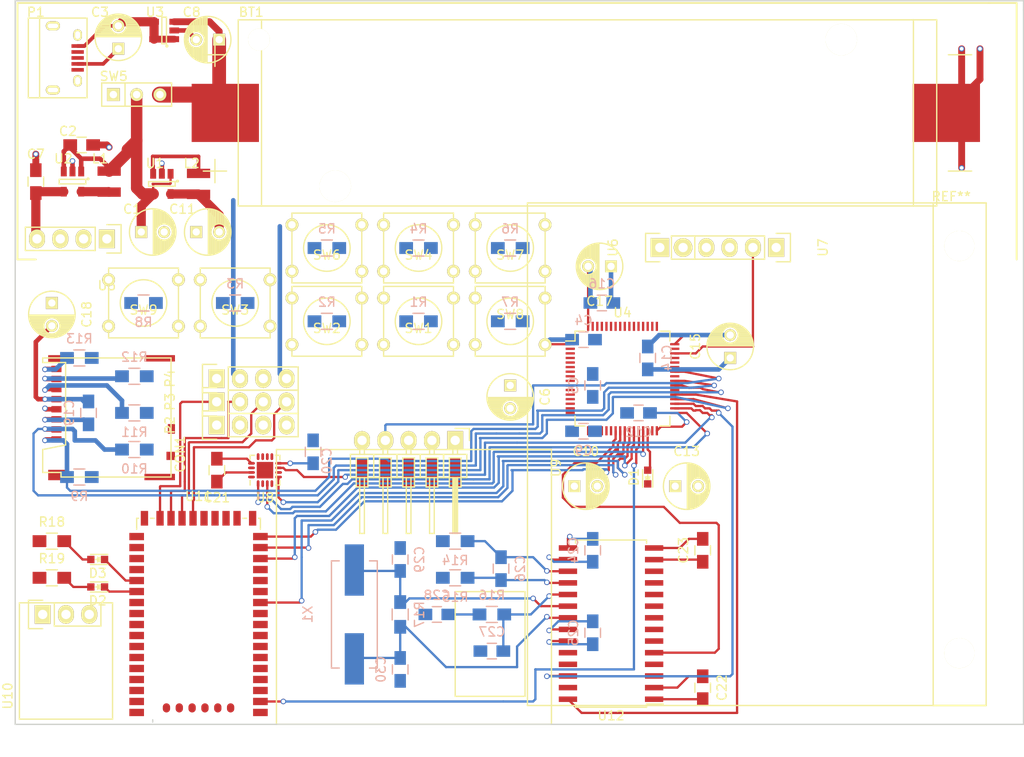
<source format=kicad_pcb>
(kicad_pcb (version 4) (host pcbnew 4.0.2-stable)
  (layers (0 F.Cu signal) (31 B.Cu signal) (34 B.Paste user) (35 F.Paste user) (36 B.SilkS user) (37 F.SilkS user) (38 B.Mask user) (39 F.Mask user) (44 Edge.Cuts user))
  (net 0 "")
  (net 1 "Net-(BT1-Pad1)")
  (net 2 GND)
  (net 3 +BATT)
  (net 4 +5V)
  (net 5 +3V3)
  (net 6 PD2_SD-CMD)
  (net 7 PC10_SD-D2)
  (net 8 PC11_SD-D3)
  (net 9 PC12_SD-CK)
  (net 10 PC8_SD-D0)
  (net 11 PC9_SD-D1)
  (net 12 PA15_SD-DET)
  (net 13 "Net-(L2-Pad1)")
  (net 14 /in5)
  (net 15 /in6)
  (net 16 /in7)
  (net 17 /in8)
  (net 18 /in1)
  (net 19 /in2)
  (net 20 /in3)
  (net 21 /in4)
  (net 22 PC13_dbg)
  (net 23 NRST)
  (net 24 PC0_MP3-SCL)
  (net 25 PC1_MP3-SDA)
  (net 26 PC2_MAG-MISO)
  (net 27 PC3_mic)
  (net 28 PA0_las)
  (net 29 PA1_las)
  (net 30 PA2_UART)
  (net 31 PA3_UART)
  (net 32 PA4_BTpcm-Sync)
  (net 33 PA5_MP3-SCK)
  (net 34 PA6_BT-RTS)
  (net 35 PA7_MP3-SDI)
  (net 36 PC4_BT-RX)
  (net 37 PC5_BT-TX)
  (net 38 PB0_BT-GP9)
  (net 39 PB1_BT-CTS)
  (net 40 PB2_BT-GP2)
  (net 41 PB10_MAG-SPC)
  (net 42 "Net-(D1-Pad2)")
  (net 43 PB12_MAG-INT)
  (net 44 PB13_MAG-TRIG)
  (net 45 PB14_MP3-RST)
  (net 46 PB15_MAG-MOSI)
  (net 47 PC6_MP3-DR)
  (net 48 PA9_GPS-RX)
  (net 49 PA13_dbg)
  (net 50 PA14_dbg)
  (net 51 PB3_BTpcm-CLK)
  (net 52 PB5_BTpcm-IN)
  (net 53 PB7_GPS-TX)
  (net 54 PB9_MAG-CS)
  (net 55 "Net-(P4-Pad4)")
  (net 56 "Net-(P4-Pad1)")
  (net 57 "Net-(P4-Pad2)")
  (net 58 "Net-(C26-Pad1)")
  (net 59 "Net-(C28-Pad1)")
  (net 60 "Net-(C29-Pad1)")
  (net 61 "Net-(C27-Pad1)")
  (net 62 "Net-(D2-Pad2)")
  (net 63 "Net-(D2-Pad1)")
  (net 64 "Net-(D3-Pad2)")
  (net 65 "Net-(D3-Pad1)")
  (net 66 "Net-(P3-Pad1)")
  (net 67 "Net-(P3-Pad2)")
  (net 68 "Net-(P3-Pad3)")
  (net 69 "Net-(P3-Pad4)")
  (net 70 "Net-(CON1-Pad11)")
  (net 71 "Net-(CON1-Pad10)")
  (net 72 "Net-(L1-Pad2)")
  (net 73 "Net-(C3-Pad2)")
  (net 74 "Net-(C26-Pad2)")
  (net 75 "Net-(C30-Pad1)")
  (module BT:RN-52 (layer F.Cu) (at 92 123.5 180)
    (fp_text reference U11 (at 0 15.4 180) (layer F.SilkS))
    (fp_text value RN-52)
    (pad 28 smd rect (at 6.75 11 180) (size 1.6 0.8) (layers F.Cu F.Paste F.Mask))
    (pad 27 smd rect (at 5.9 13 180) (size 0.8 1.6) (layers F.Cu F.Paste F.Mask) (net 2 GND))
    (pad 19 smd rect (at -4.2 13 180) (size 0.8 1.6) (layers F.Cu F.Paste F.Mask))
    (pad 1 smd rect (at -6.75 -8.2 180) (size 1.6 0.8) (layers F.Cu F.Paste F.Mask) (net 2 GND))
    (pad 2 smd rect (at -6.75 -7 180) (size 1.6 0.8) (layers F.Cu F.Paste F.Mask) (net 40 PB2_BT-GP2))
    (pad 3 smd rect (at -6.75 -5.8 180) (size 1.6 0.8) (layers F.Cu F.Paste F.Mask))
    (pad 4 smd rect (at -6.75 -4.6 180) (size 1.6 0.8) (layers F.Cu F.Paste F.Mask))
    (pad 5 smd rect (at -6.75 -3.4 180) (size 1.6 0.8) (layers F.Cu F.Paste F.Mask))
    (pad 6 smd rect (at -6.75 -2.2 180) (size 1.6 0.8) (layers F.Cu F.Paste F.Mask))
    (pad 7 smd rect (at -6.75 -1 180) (size 1.6 0.8) (layers F.Cu F.Paste F.Mask))
    (pad 8 smd rect (at -6.75 0.2 180) (size 1.6 0.8) (layers F.Cu F.Paste F.Mask))
    (pad 9 smd rect (at -6.75 1.4 180) (size 1.6 0.8) (layers F.Cu F.Paste F.Mask))
    (pad 10 smd rect (at -6.75 2.6 180) (size 1.6 0.8) (layers F.Cu F.Paste F.Mask))
    (pad 11 smd rect (at -6.75 3.8 180) (size 1.6 0.8) (layers F.Cu F.Paste F.Mask) (net 38 PB0_BT-GP9))
    (pad 12 smd rect (at -6.75 5 180) (size 1.6 0.8) (layers F.Cu F.Paste F.Mask))
    (pad 13 smd rect (at -6.75 6.2 180) (size 1.6 0.8) (layers F.Cu F.Paste F.Mask))
    (pad 14 smd rect (at -6.75 7.4 180) (size 1.6 0.8) (layers F.Cu F.Paste F.Mask) (net 34 PA6_BT-RTS))
    (pad 15 smd rect (at -6.75 8.6 180) (size 1.6 0.8) (layers F.Cu F.Paste F.Mask) (net 39 PB1_BT-CTS))
    (pad 16 smd rect (at -6.75 9.8 180) (size 1.6 0.8) (layers F.Cu F.Paste F.Mask) (net 37 PC5_BT-TX))
    (pad 17 smd rect (at -6.75 11 180) (size 1.6 0.8) (layers F.Cu F.Paste F.Mask) (net 36 PC4_BT-RX))
    (pad 18 smd rect (at -5.9 13 180) (size 0.8 1.6) (layers F.Cu F.Paste F.Mask) (net 2 GND))
    (pad 20 smd rect (at -3 13 180) (size 0.8 1.6) (layers F.Cu F.Paste F.Mask))
    (pad 21 smd rect (at -1.8 13 180) (size 0.8 1.6) (layers F.Cu F.Paste F.Mask) (net 5 +3V3))
    (pad 22 smd rect (at -0.6 13 180) (size 0.8 1.6) (layers F.Cu F.Paste F.Mask) (net 5 +3V3))
    (pad 23 smd rect (at 0.6 13 180) (size 0.8 1.6) (layers F.Cu F.Paste F.Mask) (net 69 "Net-(P3-Pad4)"))
    (pad 24 smd rect (at 1.8 13 180) (size 0.8 1.6) (layers F.Cu F.Paste F.Mask) (net 68 "Net-(P3-Pad3)"))
    (pad 25 smd rect (at 3 13 180) (size 0.8 1.6) (layers F.Cu F.Paste F.Mask) (net 67 "Net-(P3-Pad2)"))
    (pad 26 smd rect (at 4.2 13 180) (size 0.8 1.6) (layers F.Cu F.Paste F.Mask) (net 66 "Net-(P3-Pad1)"))
    (pad 29 smd rect (at 6.75 9.8 180) (size 1.6 0.8) (layers F.Cu F.Paste F.Mask))
    (pad 30 smd rect (at 6.75 8.6 180) (size 1.6 0.8) (layers F.Cu F.Paste F.Mask))
    (pad 31 smd rect (at 6.75 7.4 180) (size 1.6 0.8) (layers F.Cu F.Paste F.Mask))
    (pad 32 smd rect (at 6.75 6.2 180) (size 1.6 0.8) (layers F.Cu F.Paste F.Mask) (net 65 "Net-(D3-Pad1)"))
    (pad 33 smd rect (at 6.75 5 180) (size 1.6 0.8) (layers F.Cu F.Paste F.Mask) (net 63 "Net-(D2-Pad1)"))
    (pad 34 smd rect (at 6.75 3.8 180) (size 1.6 0.8) (layers F.Cu F.Paste F.Mask))
    (pad 35 smd rect (at 6.75 2.6 180) (size 1.6 0.8) (layers F.Cu F.Paste F.Mask))
    (pad 36 smd rect (at 6.75 1.4 180) (size 1.6 0.8) (layers F.Cu F.Paste F.Mask))
    (pad 37 smd rect (at 6.75 0.2 180) (size 1.6 0.8) (layers F.Cu F.Paste F.Mask))
    (pad 38 smd rect (at 6.75 -1 180) (size 1.6 0.8) (layers F.Cu F.Paste F.Mask))
    (pad 39 smd rect (at 6.75 -2.2 180) (size 1.6 0.8) (layers F.Cu F.Paste F.Mask) (net 2 GND))
    (pad 40 smd rect (at 6.75 -3.4 180) (size 1.6 0.8) (layers F.Cu F.Paste F.Mask))
    (pad 41 smd rect (at 6.75 -4.6 180) (size 1.6 0.8) (layers F.Cu F.Paste F.Mask))
    (pad 42 smd rect (at 6.75 -5.8 180) (size 1.6 0.8) (layers F.Cu F.Paste F.Mask))
    (pad 43 smd rect (at 6.75 -7 180) (size 1.6 0.8) (layers F.Cu F.Paste F.Mask))
    (pad 44 smd rect (at 6.75 -8.2 180) (size 1.6 0.8) (layers F.Cu F.Paste F.Mask) (net 2 GND))
    (pad 45 smd oval (at 3.5 -7.7 180) (size 0.8 1) (layers F.Cu F.Paste F.Mask) (net 2 GND))
    (pad 46 smd oval (at 2.1 -7.7 180) (size 0.8 1) (layers F.Cu F.Paste F.Mask) (net 2 GND))
    (pad 47 smd oval (at 0.7 -7.7 180) (size 0.8 1) (layers F.Cu F.Paste F.Mask) (net 2 GND))
    (pad 48 smd oval (at -0.7 -7.7 180) (size 0.8 1) (layers F.Cu F.Paste F.Mask) (net 2 GND))
    (pad 49 smd oval (at -2.1 -7.7 180) (size 0.8 1) (layers F.Cu F.Paste F.Mask) (net 2 GND))
    (pad 50 smd oval (at -3.5 -7.7 180) (size 0.8 1) (layers F.Cu F.Paste F.Mask) (net 2 GND))
  )
  (module LaserHolder (layer F.Cu) (at 175 103)
    (fp_text reference REF** (at -0.889 -27.6225) (layer F.SilkS))
    (fp_text value LaserHolder)
    (pad 11 np_thru_hole oval (at 0 22.225) (size 3.302 3.302) (drill 3.302) (layers *.Cu *.Mask F.SilkS))
    (pad 12 np_thru_hole oval (at 0 -22.225) (size 3.302 3.302) (drill 3.302) (layers *.Cu *.Mask F.SilkS))
  )
  (module con-trougnouf:18650BatteryHolder (layer F.Cu) (at 91.25 66.25 180)
    (fp_text reference BT1 (at -6.5 11 180) (layer F.SilkS))
    (fp_text value Battery)
    (pad "" np_thru_hole oval (at -70.87 8 180) (size 3.45 3.45) (drill 3.45) (layers *.Cu *.Mask F.SilkS))
    (pad 1 smd rect (at -3.67 0 180) (size 7.34 6.35) (layers F.Cu F.Paste F.Mask) (net 1 "Net-(BT1-Pad1)"))
    (pad 2 smd rect (at -82.33 0 180) (size 7.34 6.35) (layers F.Cu F.Paste F.Mask) (net 2 GND))
    (pad "" np_thru_hole oval (at -7.34 8 180) (size 2.39 2.39) (drill 2.39) (layers *.Cu *.Mask F.SilkS))
    (pad "" np_thru_hole oval (at -15.67 -8 180) (size 3.45 3.45) (drill 3.45) (layers *.Cu *.Mask F.SilkS))
  )
  (module Capacitors_ThroughHole:C_Radial_D5_L11_P2.5 (layer F.Cu) (at 85.75 79.25)
    (fp_text reference C1 (at -1 -2.5 180) (layer F.SilkS))
    (fp_text value 10uF)
    (pad 1 thru_hole rect (at 0 0) (size 1.3 1.3) (drill 0.8) (layers *.Cu *.Mask F.SilkS) (net 3 +BATT))
    (pad 2 thru_hole circle (at 2.5 0) (size 1.3 1.3) (drill 0.8) (layers *.Cu *.Mask F.SilkS) (net 2 GND))
  )
  (module Capacitors_ThroughHole:C_Radial_D5_L11_P2.5 (layer F.Cu) (at 83.25 59.25 90)
    (fp_text reference C3 (at 4 -2 180) (layer F.SilkS))
    (fp_text value 1uF)
    (pad 1 thru_hole rect (at 0 0 90) (size 1.3 1.3) (drill 0.8) (layers *.Cu *.Mask F.SilkS) (net 2 GND))
    (pad 2 thru_hole circle (at 2.5 0 90) (size 1.3 1.3) (drill 0.8) (layers *.Cu *.Mask F.SilkS) (net 73 "Net-(C3-Pad2)"))
  )
  (module Capacitors_SMD:C_0805_HandSoldering (layer B.Cu) (at 134 91 180)
    (fp_text reference C4 (at 0 2.1 180) (layer B.SilkS) (effects (justify mirror)))
    (fp_text value 0.1uF)
    (pad 1 smd rect (at -1.25 0 180) (size 1.5 1.25) (layers B.Cu B.Paste B.Mask) (net 2 GND))
    (pad 2 smd rect (at 1.25 0 180) (size 1.5 1.25) (layers B.Cu B.Paste B.Mask) (net 5 +3V3))
  )
  (module Capacitors_ThroughHole:C_Radial_D5_L11_P2.5 (layer F.Cu) (at 126 96 270)
    (fp_text reference C6 (at 1.25 -3.8 270) (layer F.SilkS))
    (fp_text value 4.7uF)
    (pad 1 thru_hole rect (at 0 0 270) (size 1.3 1.3) (drill 0.8) (layers *.Cu *.Mask F.SilkS) (net 2 GND))
    (pad 2 thru_hole circle (at 2.5 0 270) (size 1.3 1.3) (drill 0.8) (layers *.Cu *.Mask F.SilkS) (net 5 +3V3))
  )
  (module Capacitors_SMD:C_0805_HandSoldering (layer F.Cu) (at 74.25 73.75 90)
    (fp_text reference C7 (at 3 0 180) (layer F.SilkS))
    (fp_text value 10uF)
    (pad 1 smd rect (at -1.25 0 90) (size 1.5 1.25) (layers F.Cu F.Paste F.Mask) (net 4 +5V))
    (pad 2 smd rect (at 1.25 0 90) (size 1.5 1.25) (layers F.Cu F.Paste F.Mask) (net 2 GND))
  )
  (module Capacitors_ThroughHole:C_Radial_D5_L11_P2.5 (layer F.Cu) (at 94.25 58.25 180)
    (fp_text reference C8 (at 3 3 180) (layer F.SilkS))
    (fp_text value 1uF)
    (pad 1 thru_hole rect (at 0 0 180) (size 1.3 1.3) (drill 0.8) (layers *.Cu *.Mask F.SilkS) (net 1 "Net-(BT1-Pad1)"))
    (pad 2 thru_hole circle (at 2.5 0 180) (size 1.3 1.3) (drill 0.8) (layers *.Cu *.Mask F.SilkS) (net 2 GND))
  )
  (module Capacitors_ThroughHole:C_Radial_D5_L11_P2.5 (layer F.Cu) (at 133 107)
    (fp_text reference C10 (at 1.25 -3.8) (layer F.SilkS))
    (fp_text value 4.7uF)
    (pad 1 thru_hole rect (at 0 0) (size 1.3 1.3) (drill 0.8) (layers *.Cu *.Mask F.SilkS) (net 2 GND))
    (pad 2 thru_hole circle (at 2.5 0) (size 1.3 1.3) (drill 0.8) (layers *.Cu *.Mask F.SilkS) (net 5 +3V3))
  )
  (module Capacitors_ThroughHole:C_Radial_D5_L11_P2.5 (layer F.Cu) (at 137 83 180)
    (fp_text reference C17 (at 1.25 -3.8 180) (layer F.SilkS))
    (fp_text value 4.7uF)
    (pad 1 thru_hole rect (at 0 0 180) (size 1.3 1.3) (drill 0.8) (layers *.Cu *.Mask F.SilkS) (net 2 GND))
    (pad 2 thru_hole circle (at 2.5 0 180) (size 1.3 1.3) (drill 0.8) (layers *.Cu *.Mask F.SilkS) (net 5 +3V3))
  )
  (module Inductors_NEOSID:Neosid_Inductor_SM-NE29_SMD1008 (layer F.Cu) (at 82.25 73.75 270)
    (fp_text reference L1 (at -2.5 1 540) (layer F.SilkS))
    (fp_text value 4.7uH)
    (pad 2 smd rect (at 1.14554 0 270) (size 1.02108 2.54) (layers F.Cu F.Paste F.Mask) (net 72 "Net-(L1-Pad2)"))
    (pad 1 smd rect (at -1.14554 0 270) (size 1.02108 2.54) (layers F.Cu F.Paste F.Mask) (net 3 +BATT))
  )
  (module Inductors_NEOSID:Neosid_Inductor_SM-NE29_SMD1008 (layer F.Cu) (at 92 74 270)
    (fp_text reference L2 (at -2.25 0.75 360) (layer F.SilkS))
    (fp_text value 4.7uH)
    (pad 2 smd rect (at 1.14554 0 270) (size 1.02108 2.54) (layers F.Cu F.Paste F.Mask) (net 5 +3V3))
    (pad 1 smd rect (at -1.14554 0 270) (size 1.02108 2.54) (layers F.Cu F.Paste F.Mask) (net 13 "Net-(L2-Pad1)"))
  )
  (module Connect:USB_Micro-B (layer F.Cu) (at 77.25 60.25 270)
    (fp_text reference P1 (at -5 3 360) (layer F.SilkS))
    (fp_text value USB_B)
    (pad 1 smd rect (at -1.3009 -1.56254) (size 1.35 0.4) (layers F.Cu F.Paste F.Mask) (net 73 "Net-(C3-Pad2)"))
    (pad 2 smd rect (at -0.6509 -1.56254) (size 1.35 0.4) (layers F.Cu F.Paste F.Mask))
    (pad 3 smd rect (at -0.0009 -1.56254) (size 1.35 0.4) (layers F.Cu F.Paste F.Mask))
    (pad 4 smd rect (at 0.6491 -1.56254) (size 1.35 0.4) (layers F.Cu F.Paste F.Mask) (net 2 GND))
    (pad 5 smd rect (at 1.2991 -1.56254) (size 1.35 0.4) (layers F.Cu F.Paste F.Mask))
    (pad 6 thru_hole oval (at -2.5009 -1.56254) (size 0.95 1.25) (drill oval 0.55 0.85) (layers *.Cu *.Mask F.SilkS))
    (pad 6 thru_hole oval (at 2.4991 -1.56254) (size 0.95 1.25) (drill oval 0.55 0.85) (layers *.Cu *.Mask F.SilkS))
    (pad 6 thru_hole oval (at -3.5009 1.13746) (size 1.55 1) (drill oval 1.15 0.5) (layers *.Cu *.Mask F.SilkS))
    (pad 6 thru_hole oval (at 3.4991 1.13746) (size 1.55 1) (drill oval 1.15 0.5) (layers *.Cu *.Mask F.SilkS))
  )
  (module Buttons_Switches_ThroughHole:SW_PUSH_SMALL (layer F.Cu) (at 116 89 180)
    (fp_text reference SW1 (at 0 -0.762 180) (layer F.SilkS))
    (fp_text value SW_PUSH)
    (pad 1 thru_hole circle (at 3.81 -2.54 180) (size 1.397 1.397) (drill 0.8128) (layers *.Cu *.Mask F.SilkS) (net 14 /in5))
    (pad 2 thru_hole circle (at 3.81 2.54 180) (size 1.397 1.397) (drill 0.8128) (layers *.Cu *.Mask F.SilkS) (net 5 +3V3))
    (pad 1 thru_hole circle (at -3.81 -2.54 180) (size 1.397 1.397) (drill 0.8128) (layers *.Cu *.Mask F.SilkS) (net 14 /in5))
    (pad 2 thru_hole circle (at -3.81 2.54 180) (size 1.397 1.397) (drill 0.8128) (layers *.Cu *.Mask F.SilkS) (net 5 +3V3))
  )
  (module Buttons_Switches_ThroughHole:SW_PUSH_SMALL (layer F.Cu) (at 106 89 180)
    (fp_text reference SW2 (at 0 -0.762 180) (layer F.SilkS))
    (fp_text value SW_PUSH)
    (pad 1 thru_hole circle (at 3.81 -2.54 180) (size 1.397 1.397) (drill 0.8128) (layers *.Cu *.Mask F.SilkS) (net 15 /in6))
    (pad 2 thru_hole circle (at 3.81 2.54 180) (size 1.397 1.397) (drill 0.8128) (layers *.Cu *.Mask F.SilkS) (net 5 +3V3))
    (pad 1 thru_hole circle (at -3.81 -2.54 180) (size 1.397 1.397) (drill 0.8128) (layers *.Cu *.Mask F.SilkS) (net 15 /in6))
    (pad 2 thru_hole circle (at -3.81 2.54 180) (size 1.397 1.397) (drill 0.8128) (layers *.Cu *.Mask F.SilkS) (net 5 +3V3))
  )
  (module Buttons_Switches_ThroughHole:SW_PUSH_SMALL (layer F.Cu) (at 96 87 180)
    (fp_text reference SW3 (at 0 -0.762 180) (layer F.SilkS))
    (fp_text value SW_PUSH)
    (pad 1 thru_hole circle (at 3.81 -2.54 180) (size 1.397 1.397) (drill 0.8128) (layers *.Cu *.Mask F.SilkS) (net 16 /in7))
    (pad 2 thru_hole circle (at 3.81 2.54 180) (size 1.397 1.397) (drill 0.8128) (layers *.Cu *.Mask F.SilkS) (net 5 +3V3))
    (pad 1 thru_hole circle (at -3.81 -2.54 180) (size 1.397 1.397) (drill 0.8128) (layers *.Cu *.Mask F.SilkS) (net 16 /in7))
    (pad 2 thru_hole circle (at -3.81 2.54 180) (size 1.397 1.397) (drill 0.8128) (layers *.Cu *.Mask F.SilkS) (net 5 +3V3))
  )
  (module Buttons_Switches_ThroughHole:SW_PUSH_SMALL (layer F.Cu) (at 116 81 180)
    (fp_text reference SW4 (at 0 -0.762 180) (layer F.SilkS))
    (fp_text value SW_PUSH)
    (pad 1 thru_hole circle (at 3.81 -2.54 180) (size 1.397 1.397) (drill 0.8128) (layers *.Cu *.Mask F.SilkS) (net 17 /in8))
    (pad 2 thru_hole circle (at 3.81 2.54 180) (size 1.397 1.397) (drill 0.8128) (layers *.Cu *.Mask F.SilkS) (net 5 +3V3))
    (pad 1 thru_hole circle (at -3.81 -2.54 180) (size 1.397 1.397) (drill 0.8128) (layers *.Cu *.Mask F.SilkS) (net 17 /in8))
    (pad 2 thru_hole circle (at -3.81 2.54 180) (size 1.397 1.397) (drill 0.8128) (layers *.Cu *.Mask F.SilkS) (net 5 +3V3))
  )
  (module Buttons_Switches_ThroughHole:SW_Micro_SPST (layer F.Cu) (at 85.25 64.25)
    (fp_text reference SW5 (at -2.5 -2) (layer F.SilkS))
    (fp_text value Switch_SPDT_x2)
    (pad 1 thru_hole rect (at -2.54 0) (size 1.397 1.397) (drill 0.8128) (layers *.Cu *.Mask F.SilkS))
    (pad 2 thru_hole circle (at 0 0) (size 1.397 1.397) (drill 0.8128) (layers *.Cu *.Mask F.SilkS) (net 3 +BATT))
    (pad 3 thru_hole circle (at 2.54 0) (size 1.397 1.397) (drill 0.8128) (layers *.Cu *.Mask F.SilkS) (net 1 "Net-(BT1-Pad1)"))
  )
  (module Buttons_Switches_ThroughHole:SW_PUSH_SMALL (layer F.Cu) (at 106 81 180)
    (fp_text reference SW6 (at 0 -0.762 180) (layer F.SilkS))
    (fp_text value SW_PUSH)
    (pad 1 thru_hole circle (at 3.81 -2.54 180) (size 1.397 1.397) (drill 0.8128) (layers *.Cu *.Mask F.SilkS) (net 18 /in1))
    (pad 2 thru_hole circle (at 3.81 2.54 180) (size 1.397 1.397) (drill 0.8128) (layers *.Cu *.Mask F.SilkS) (net 5 +3V3))
    (pad 1 thru_hole circle (at -3.81 -2.54 180) (size 1.397 1.397) (drill 0.8128) (layers *.Cu *.Mask F.SilkS) (net 18 /in1))
    (pad 2 thru_hole circle (at -3.81 2.54 180) (size 1.397 1.397) (drill 0.8128) (layers *.Cu *.Mask F.SilkS) (net 5 +3V3))
  )
  (module Buttons_Switches_ThroughHole:SW_PUSH_SMALL (layer F.Cu) (at 126 81 180)
    (fp_text reference SW7 (at 0 -0.762 180) (layer F.SilkS))
    (fp_text value SW_PUSH)
    (pad 1 thru_hole circle (at 3.81 -2.54 180) (size 1.397 1.397) (drill 0.8128) (layers *.Cu *.Mask F.SilkS) (net 19 /in2))
    (pad 2 thru_hole circle (at 3.81 2.54 180) (size 1.397 1.397) (drill 0.8128) (layers *.Cu *.Mask F.SilkS) (net 5 +3V3))
    (pad 1 thru_hole circle (at -3.81 -2.54 180) (size 1.397 1.397) (drill 0.8128) (layers *.Cu *.Mask F.SilkS) (net 19 /in2))
    (pad 2 thru_hole circle (at -3.81 2.54 180) (size 1.397 1.397) (drill 0.8128) (layers *.Cu *.Mask F.SilkS) (net 5 +3V3))
  )
  (module Buttons_Switches_ThroughHole:SW_PUSH_SMALL (layer F.Cu) (at 126 89)
    (fp_text reference SW8 (at 0 -0.762) (layer F.SilkS))
    (fp_text value SW_PUSH)
    (pad 1 thru_hole circle (at 3.81 -2.54) (size 1.397 1.397) (drill 0.8128) (layers *.Cu *.Mask F.SilkS) (net 20 /in3))
    (pad 2 thru_hole circle (at 3.81 2.54) (size 1.397 1.397) (drill 0.8128) (layers *.Cu *.Mask F.SilkS) (net 5 +3V3))
    (pad 1 thru_hole circle (at -3.81 -2.54) (size 1.397 1.397) (drill 0.8128) (layers *.Cu *.Mask F.SilkS) (net 20 /in3))
    (pad 2 thru_hole circle (at -3.81 2.54) (size 1.397 1.397) (drill 0.8128) (layers *.Cu *.Mask F.SilkS) (net 5 +3V3))
  )
  (module Buttons_Switches_ThroughHole:SW_PUSH_SMALL (layer F.Cu) (at 86 87 180)
    (fp_text reference SW9 (at 0 -0.762 180) (layer F.SilkS))
    (fp_text value SW_PUSH)
    (pad 1 thru_hole circle (at 3.81 -2.54 180) (size 1.397 1.397) (drill 0.8128) (layers *.Cu *.Mask F.SilkS) (net 21 /in4))
    (pad 2 thru_hole circle (at 3.81 2.54 180) (size 1.397 1.397) (drill 0.8128) (layers *.Cu *.Mask F.SilkS) (net 5 +3V3))
    (pad 1 thru_hole circle (at -3.81 -2.54 180) (size 1.397 1.397) (drill 0.8128) (layers *.Cu *.Mask F.SilkS) (net 21 /in4))
    (pad 2 thru_hole circle (at -3.81 2.54 180) (size 1.397 1.397) (drill 0.8128) (layers *.Cu *.Mask F.SilkS) (net 5 +3V3))
  )
  (module TO_SOT_Packages_SMD:SOT-23-5 (layer F.Cu) (at 78.25 73.75 270)
    (fp_text reference U2 (at -2.5 1 360) (layer F.SilkS))
    (fp_text value XC9140)
    (pad 1 smd rect (at -1.1 -0.95 270) (size 1.06 0.65) (layers F.Cu F.Paste F.Mask) (net 3 +BATT))
    (pad 2 smd rect (at -1.1 0 270) (size 1.06 0.65) (layers F.Cu F.Paste F.Mask) (net 2 GND))
    (pad 3 smd rect (at -1.1 0.95 270) (size 1.06 0.65) (layers F.Cu F.Paste F.Mask) (net 3 +BATT))
    (pad 4 smd rect (at 1.1 0.95 270) (size 1.06 0.65) (layers F.Cu F.Paste F.Mask) (net 4 +5V))
    (pad 5 smd rect (at 1.1 -0.95 270) (size 1.06 0.65) (layers F.Cu F.Paste F.Mask) (net 72 "Net-(L1-Pad2)"))
  )
  (module TO_SOT_Packages_SMD:SOT-23-5 (layer F.Cu) (at 88.25 57.25 180)
    (fp_text reference U3 (at 1 2 180) (layer F.SilkS))
    (fp_text value MCP73811/2)
    (pad 1 smd rect (at -1.1 -0.95 180) (size 1.06 0.65) (layers F.Cu F.Paste F.Mask) (net 73 "Net-(C3-Pad2)"))
    (pad 2 smd rect (at -1.1 0 180) (size 1.06 0.65) (layers F.Cu F.Paste F.Mask) (net 2 GND))
    (pad 3 smd rect (at -1.1 0.95 180) (size 1.06 0.65) (layers F.Cu F.Paste F.Mask) (net 1 "Net-(BT1-Pad1)"))
    (pad 4 smd rect (at 1.1 0.95 180) (size 1.06 0.65) (layers F.Cu F.Paste F.Mask) (net 73 "Net-(C3-Pad2)"))
    (pad 5 smd rect (at 1.1 -0.95 180) (size 1.06 0.65) (layers F.Cu F.Paste F.Mask) (net 73 "Net-(C3-Pad2)"))
  )
  (module Housings_QFP:LQFP-64_10x10mm_Pitch0.5mm (layer F.Cu) (at 138.25 95.25)
    (fp_text reference U4 (at 0 -7.2) (layer F.SilkS))
    (fp_text value STM32L476R)
    (pad 1 smd rect (at -5.7 -3.75) (size 1 0.25) (layers F.Cu F.Paste F.Mask) (net 5 +3V3))
    (pad 2 smd rect (at -5.7 -3.25) (size 1 0.25) (layers F.Cu F.Paste F.Mask) (net 22 PC13_dbg))
    (pad 3 smd rect (at -5.7 -2.75) (size 1 0.25) (layers F.Cu F.Paste F.Mask) (net 14 /in5))
    (pad 4 smd rect (at -5.7 -2.25) (size 1 0.25) (layers F.Cu F.Paste F.Mask) (net 15 /in6))
    (pad 5 smd rect (at -5.7 -1.75) (size 1 0.25) (layers F.Cu F.Paste F.Mask) (net 16 /in7))
    (pad 6 smd rect (at -5.7 -1.25) (size 1 0.25) (layers F.Cu F.Paste F.Mask) (net 17 /in8))
    (pad 7 smd rect (at -5.7 -0.75) (size 1 0.25) (layers F.Cu F.Paste F.Mask) (net 23 NRST))
    (pad 8 smd rect (at -5.7 -0.25) (size 1 0.25) (layers F.Cu F.Paste F.Mask) (net 24 PC0_MP3-SCL))
    (pad 9 smd rect (at -5.7 0.25) (size 1 0.25) (layers F.Cu F.Paste F.Mask) (net 25 PC1_MP3-SDA))
    (pad 10 smd rect (at -5.7 0.75) (size 1 0.25) (layers F.Cu F.Paste F.Mask) (net 26 PC2_MAG-MISO))
    (pad 11 smd rect (at -5.7 1.25) (size 1 0.25) (layers F.Cu F.Paste F.Mask) (net 27 PC3_mic))
    (pad 12 smd rect (at -5.7 1.75) (size 1 0.25) (layers F.Cu F.Paste F.Mask) (net 2 GND))
    (pad 13 smd rect (at -5.7 2.25) (size 1 0.25) (layers F.Cu F.Paste F.Mask) (net 5 +3V3))
    (pad 14 smd rect (at -5.7 2.75) (size 1 0.25) (layers F.Cu F.Paste F.Mask) (net 28 PA0_las))
    (pad 15 smd rect (at -5.7 3.25) (size 1 0.25) (layers F.Cu F.Paste F.Mask) (net 29 PA1_las))
    (pad 16 smd rect (at -5.7 3.75) (size 1 0.25) (layers F.Cu F.Paste F.Mask) (net 30 PA2_UART))
    (pad 17 smd rect (at -3.75 5.7 90) (size 1 0.25) (layers F.Cu F.Paste F.Mask) (net 31 PA3_UART))
    (pad 18 smd rect (at -3.25 5.7 90) (size 1 0.25) (layers F.Cu F.Paste F.Mask) (net 2 GND))
    (pad 19 smd rect (at -2.75 5.7 90) (size 1 0.25) (layers F.Cu F.Paste F.Mask) (net 5 +3V3))
    (pad 20 smd rect (at -2.25 5.7 90) (size 1 0.25) (layers F.Cu F.Paste F.Mask) (net 32 PA4_BTpcm-Sync))
    (pad 21 smd rect (at -1.75 5.7 90) (size 1 0.25) (layers F.Cu F.Paste F.Mask) (net 33 PA5_MP3-SCK))
    (pad 22 smd rect (at -1.25 5.7 90) (size 1 0.25) (layers F.Cu F.Paste F.Mask) (net 34 PA6_BT-RTS))
    (pad 23 smd rect (at -0.75 5.7 90) (size 1 0.25) (layers F.Cu F.Paste F.Mask) (net 35 PA7_MP3-SDI))
    (pad 24 smd rect (at -0.25 5.7 90) (size 1 0.25) (layers F.Cu F.Paste F.Mask) (net 36 PC4_BT-RX))
    (pad 25 smd rect (at 0.25 5.7 90) (size 1 0.25) (layers F.Cu F.Paste F.Mask) (net 37 PC5_BT-TX))
    (pad 26 smd rect (at 0.75 5.7 90) (size 1 0.25) (layers F.Cu F.Paste F.Mask) (net 38 PB0_BT-GP9))
    (pad 27 smd rect (at 1.25 5.7 90) (size 1 0.25) (layers F.Cu F.Paste F.Mask) (net 39 PB1_BT-CTS))
    (pad 28 smd rect (at 1.75 5.7 90) (size 1 0.25) (layers F.Cu F.Paste F.Mask) (net 40 PB2_BT-GP2))
    (pad 29 smd rect (at 2.25 5.7 90) (size 1 0.25) (layers F.Cu F.Paste F.Mask) (net 41 PB10_MAG-SPC))
    (pad 30 smd rect (at 2.75 5.7 90) (size 1 0.25) (layers F.Cu F.Paste F.Mask) (net 42 "Net-(D1-Pad2)"))
    (pad 31 smd rect (at 3.25 5.7 90) (size 1 0.25) (layers F.Cu F.Paste F.Mask) (net 2 GND))
    (pad 32 smd rect (at 3.75 5.7 90) (size 1 0.25) (layers F.Cu F.Paste F.Mask) (net 5 +3V3))
    (pad 33 smd rect (at 5.7 3.75) (size 1 0.25) (layers F.Cu F.Paste F.Mask) (net 43 PB12_MAG-INT))
    (pad 34 smd rect (at 5.7 3.25) (size 1 0.25) (layers F.Cu F.Paste F.Mask) (net 44 PB13_MAG-TRIG))
    (pad 35 smd rect (at 5.7 2.75) (size 1 0.25) (layers F.Cu F.Paste F.Mask) (net 45 PB14_MP3-RST))
    (pad 36 smd rect (at 5.7 2.25) (size 1 0.25) (layers F.Cu F.Paste F.Mask) (net 46 PB15_MAG-MOSI))
    (pad 37 smd rect (at 5.7 1.75) (size 1 0.25) (layers F.Cu F.Paste F.Mask) (net 47 PC6_MP3-DR))
    (pad 38 smd rect (at 5.7 1.25) (size 1 0.25) (layers F.Cu F.Paste F.Mask))
    (pad 39 smd rect (at 5.7 0.75) (size 1 0.25) (layers F.Cu F.Paste F.Mask) (net 10 PC8_SD-D0))
    (pad 40 smd rect (at 5.7 0.25) (size 1 0.25) (layers F.Cu F.Paste F.Mask) (net 11 PC9_SD-D1))
    (pad 41 smd rect (at 5.7 -0.25) (size 1 0.25) (layers F.Cu F.Paste F.Mask) (net 18 /in1))
    (pad 42 smd rect (at 5.7 -0.75) (size 1 0.25) (layers F.Cu F.Paste F.Mask) (net 48 PA9_GPS-RX))
    (pad 43 smd rect (at 5.7 -1.25) (size 1 0.25) (layers F.Cu F.Paste F.Mask) (net 19 /in2))
    (pad 44 smd rect (at 5.7 -1.75) (size 1 0.25) (layers F.Cu F.Paste F.Mask) (net 20 /in3))
    (pad 45 smd rect (at 5.7 -2.25) (size 1 0.25) (layers F.Cu F.Paste F.Mask) (net 21 /in4))
    (pad 46 smd rect (at 5.7 -2.75) (size 1 0.25) (layers F.Cu F.Paste F.Mask) (net 49 PA13_dbg))
    (pad 47 smd rect (at 5.7 -3.25) (size 1 0.25) (layers F.Cu F.Paste F.Mask) (net 2 GND))
    (pad 48 smd rect (at 5.7 -3.75) (size 1 0.25) (layers F.Cu F.Paste F.Mask) (net 5 +3V3))
    (pad 49 smd rect (at 3.75 -5.7 90) (size 1 0.25) (layers F.Cu F.Paste F.Mask) (net 50 PA14_dbg))
    (pad 50 smd rect (at 3.25 -5.7 90) (size 1 0.25) (layers F.Cu F.Paste F.Mask) (net 12 PA15_SD-DET))
    (pad 51 smd rect (at 2.75 -5.7 90) (size 1 0.25) (layers F.Cu F.Paste F.Mask) (net 7 PC10_SD-D2))
    (pad 52 smd rect (at 2.25 -5.7 90) (size 1 0.25) (layers F.Cu F.Paste F.Mask) (net 8 PC11_SD-D3))
    (pad 53 smd rect (at 1.75 -5.7 90) (size 1 0.25) (layers F.Cu F.Paste F.Mask) (net 9 PC12_SD-CK))
    (pad 54 smd rect (at 1.25 -5.7 90) (size 1 0.25) (layers F.Cu F.Paste F.Mask) (net 6 PD2_SD-CMD))
    (pad 55 smd rect (at 0.75 -5.7 90) (size 1 0.25) (layers F.Cu F.Paste F.Mask) (net 51 PB3_BTpcm-CLK))
    (pad 56 smd rect (at 0.25 -5.7 90) (size 1 0.25) (layers F.Cu F.Paste F.Mask))
    (pad 57 smd rect (at -0.25 -5.7 90) (size 1 0.25) (layers F.Cu F.Paste F.Mask) (net 52 PB5_BTpcm-IN))
    (pad 58 smd rect (at -0.75 -5.7 90) (size 1 0.25) (layers F.Cu F.Paste F.Mask))
    (pad 59 smd rect (at -1.25 -5.7 90) (size 1 0.25) (layers F.Cu F.Paste F.Mask) (net 53 PB7_GPS-TX))
    (pad 60 smd rect (at -1.75 -5.7 90) (size 1 0.25) (layers F.Cu F.Paste F.Mask))
    (pad 61 smd rect (at -2.25 -5.7 90) (size 1 0.25) (layers F.Cu F.Paste F.Mask))
    (pad 62 smd rect (at -2.75 -5.7 90) (size 1 0.25) (layers F.Cu F.Paste F.Mask) (net 54 PB9_MAG-CS))
    (pad 63 smd rect (at -3.25 -5.7 90) (size 1 0.25) (layers F.Cu F.Paste F.Mask) (net 2 GND))
    (pad 64 smd rect (at -3.75 -5.7 90) (size 1 0.25) (layers F.Cu F.Paste F.Mask) (net 5 +3V3))
  )
  (module con-trougnouf:Socket_Strip_Straight_1x04_3467 (layer F.Cu) (at 82 80 180)
    (fp_text reference U5 (at 0 -5.1 180) (layer F.SilkS))
    (fp_text value Lightware_SF10/A)
    (pad 3 thru_hole rect (at 0 0 180) (size 1.7272 2.032) (drill 1.016) (layers *.Cu *.Mask F.SilkS) (net 29 PA1_las))
    (pad 4 thru_hole oval (at 2.54 0 180) (size 1.7272 2.032) (drill 1.016) (layers *.Cu *.Mask F.SilkS) (net 28 PA0_las))
    (pad 6 thru_hole oval (at 5.08 0 180) (size 1.7272 2.032) (drill 1.016) (layers *.Cu *.Mask F.SilkS) (net 2 GND))
    (pad 7 thru_hole oval (at 7.62 0 180) (size 1.7272 2.032) (drill 1.016) (layers *.Cu *.Mask F.SilkS) (net 4 +5V))
  )
  (module Pin_Headers:Pin_Header_Straight_1x02 (layer F.Cu) (at 142.32 80.95 90)
    (fp_text reference U6 (at 0 -5.1 90) (layer F.SilkS))
    (fp_text value UART)
    (pad 1 thru_hole rect (at 0 0 90) (size 2.032 2.032) (drill 1.016) (layers *.Cu *.Mask F.SilkS) (net 31 PA3_UART))
    (pad 2 thru_hole oval (at 0 2.54 90) (size 2.032 2.032) (drill 1.016) (layers *.Cu *.Mask F.SilkS) (net 30 PA2_UART))
  )
  (module Housings_DFN_QFN:QFN-16-1EP_3x3mm_Pitch0.5mm (layer F.Cu) (at 99.25 105.25 90)
    (fp_text reference U8 (at -3 0 180) (layer F.SilkS))
    (fp_text value MLX90393)
    (pad 1 smd oval (at -1.475 -0.75 90) (size 0.75 0.3) (layers F.Cu F.Paste F.Mask) (net 43 PB12_MAG-INT))
    (pad 2 smd oval (at -1.475 -0.25 90) (size 0.75 0.3) (layers F.Cu F.Paste F.Mask) (net 54 PB9_MAG-CS))
    (pad 3 smd oval (at -1.475 0.25 90) (size 0.75 0.3) (layers F.Cu F.Paste F.Mask) (net 41 PB10_MAG-SPC))
    (pad 4 smd oval (at -1.475 0.75 90) (size 0.75 0.3) (layers F.Cu F.Paste F.Mask))
    (pad 5 smd oval (at -0.75 1.475 180) (size 0.75 0.3) (layers F.Cu F.Paste F.Mask) (net 46 PB15_MAG-MOSI))
    (pad 6 smd oval (at -0.25 1.475 180) (size 0.75 0.3) (layers F.Cu F.Paste F.Mask) (net 26 PC2_MAG-MISO))
    (pad 7 smd oval (at 0.25 1.475 180) (size 0.75 0.3) (layers F.Cu F.Paste F.Mask) (net 44 PB13_MAG-TRIG))
    (pad 8 smd oval (at 0.75 1.475 180) (size 0.75 0.3) (layers F.Cu F.Paste F.Mask) (net 5 +3V3))
    (pad 9 smd oval (at 1.475 0.75 90) (size 0.75 0.3) (layers F.Cu F.Paste F.Mask))
    (pad 10 smd oval (at 1.475 0.25 90) (size 0.75 0.3) (layers F.Cu F.Paste F.Mask))
    (pad 11 smd oval (at 1.475 -0.25 90) (size 0.75 0.3) (layers F.Cu F.Paste F.Mask) (net 2 GND))
    (pad 12 smd oval (at 1.475 -0.75 90) (size 0.75 0.3) (layers F.Cu F.Paste F.Mask) (net 2 GND))
    (pad 13 smd oval (at 0.75 -1.475 180) (size 0.75 0.3) (layers F.Cu F.Paste F.Mask) (net 2 GND))
    (pad 14 smd oval (at 0.25 -1.475 180) (size 0.75 0.3) (layers F.Cu F.Paste F.Mask))
    (pad 15 smd oval (at -0.25 -1.475 180) (size 0.75 0.3) (layers F.Cu F.Paste F.Mask) (net 5 +3V3))
    (pad 16 smd oval (at -0.75 -1.475 180) (size 0.75 0.3) (layers F.Cu F.Paste F.Mask))
    (pad 17 smd rect (at 0.45 0.45 90) (size 0.9 0.9) (layers F.Cu F.Paste F.Mask))
    (pad 17 smd rect (at 0.45 -0.45 90) (size 0.9 0.9) (layers F.Cu F.Paste F.Mask))
    (pad 17 smd rect (at -0.45 0.45 90) (size 0.9 0.9) (layers F.Cu F.Paste F.Mask))
    (pad 17 smd rect (at -0.45 -0.45 90) (size 0.9 0.9) (layers F.Cu F.Paste F.Mask))
  )
  (module Housings_SOIC:SOIC-28_7.5x17.9mm_Pitch1.27mm (layer F.Cu) (at 137 122 180)
    (fp_text reference U12 (at 0 -10.05 180) (layer F.SilkS))
    (fp_text value STA013)
    (pad 1 smd rect (at -4.7 -8.255 180) (size 2 0.6) (layers F.Cu F.Paste F.Mask) (net 5 +3V3))
    (pad 2 smd rect (at -4.7 -6.985 180) (size 2 0.6) (layers F.Cu F.Paste F.Mask) (net 2 GND))
    (pad 3 smd rect (at -4.7 -5.715 180) (size 2 0.6) (layers F.Cu F.Paste F.Mask) (net 25 PC1_MP3-SDA))
    (pad 4 smd rect (at -4.7 -4.445 180) (size 2 0.6) (layers F.Cu F.Paste F.Mask) (net 24 PC0_MP3-SCL))
    (pad 5 smd rect (at -4.7 -3.175 180) (size 2 0.6) (layers F.Cu F.Paste F.Mask) (net 35 PA7_MP3-SDI))
    (pad 6 smd rect (at -4.7 -1.905 180) (size 2 0.6) (layers F.Cu F.Paste F.Mask) (net 33 PA5_MP3-SCK))
    (pad 7 smd rect (at -4.7 -0.635 180) (size 2 0.6) (layers F.Cu F.Paste F.Mask) (net 5 +3V3))
    (pad 8 smd rect (at -4.7 0.635 180) (size 2 0.6) (layers F.Cu F.Paste F.Mask) (net 5 +3V3))
    (pad 9 smd rect (at -4.7 1.905 180) (size 2 0.6) (layers F.Cu F.Paste F.Mask) (net 55 "Net-(P4-Pad4)"))
    (pad 10 smd rect (at -4.7 3.175 180) (size 2 0.6) (layers F.Cu F.Paste F.Mask) (net 56 "Net-(P4-Pad1)"))
    (pad 11 smd rect (at -4.7 4.445 180) (size 2 0.6) (layers F.Cu F.Paste F.Mask) (net 57 "Net-(P4-Pad2)"))
    (pad 12 smd rect (at -4.7 5.715 180) (size 2 0.6) (layers F.Cu F.Paste F.Mask))
    (pad 13 smd rect (at -4.7 6.985 180) (size 2 0.6) (layers F.Cu F.Paste F.Mask) (net 2 GND))
    (pad 14 smd rect (at -4.7 8.255 180) (size 2 0.6) (layers F.Cu F.Paste F.Mask) (net 5 +3V3))
    (pad 15 smd rect (at 4.7 8.255 180) (size 2 0.6) (layers F.Cu F.Paste F.Mask) (net 2 GND))
    (pad 16 smd rect (at 4.7 6.985 180) (size 2 0.6) (layers F.Cu F.Paste F.Mask) (net 5 +3V3))
    (pad 17 smd rect (at 4.7 5.715 180) (size 2 0.6) (layers F.Cu F.Paste F.Mask) (net 74 "Net-(C26-Pad2)"))
    (pad 18 smd rect (at 4.7 4.445 180) (size 2 0.6) (layers F.Cu F.Paste F.Mask) (net 58 "Net-(C26-Pad1)"))
    (pad 19 smd rect (at 4.7 3.175 180) (size 2 0.6) (layers F.Cu F.Paste F.Mask) (net 61 "Net-(C27-Pad1)"))
    (pad 20 smd rect (at 4.7 1.905 180) (size 2 0.6) (layers F.Cu F.Paste F.Mask) (net 60 "Net-(C29-Pad1)"))
    (pad 21 smd rect (at 4.7 0.635 180) (size 2 0.6) (layers F.Cu F.Paste F.Mask) (net 75 "Net-(C30-Pad1)"))
    (pad 22 smd rect (at 4.7 -0.635 180) (size 2 0.6) (layers F.Cu F.Paste F.Mask) (net 2 GND))
    (pad 23 smd rect (at 4.7 -1.905 180) (size 2 0.6) (layers F.Cu F.Paste F.Mask) (net 5 +3V3))
    (pad 24 smd rect (at 4.7 -3.175 180) (size 2 0.6) (layers F.Cu F.Paste F.Mask) (net 5 +3V3))
    (pad 25 smd rect (at 4.7 -4.445 180) (size 2 0.6) (layers F.Cu F.Paste F.Mask) (net 2 GND))
    (pad 26 smd rect (at 4.7 -5.715 180) (size 2 0.6) (layers F.Cu F.Paste F.Mask) (net 45 PB14_MP3-RST))
    (pad 27 smd rect (at 4.7 -6.985 180) (size 2 0.6) (layers F.Cu F.Paste F.Mask) (net 2 GND))
    (pad 28 smd rect (at 4.7 -8.255 180) (size 2 0.6) (layers F.Cu F.Paste F.Mask) (net 47 PC6_MP3-DR))
  )
  (module Capacitors_SMD:C_0805_HandSoldering (layer B.Cu) (at 80 99 270)
    (fp_text reference C19 (at 0 2.1 270) (layer B.SilkS) (effects (justify mirror)))
    (fp_text value 0.1uF)
    (pad 1 smd rect (at -1.25 0 270) (size 1.5 1.25) (layers B.Cu B.Paste B.Mask) (net 5 +3V3))
    (pad 2 smd rect (at 1.25 0 270) (size 1.5 1.25) (layers B.Cu B.Paste B.Mask) (net 2 GND))
  )
  (module Capacitors_SMD:C_0805_HandSoldering (layer B.Cu) (at 104.5 103.25 270)
    (fp_text reference C20 (at 1 -1.5 270) (layer B.SilkS) (effects (justify mirror)))
    (fp_text value 0.1uF)
    (pad 1 smd rect (at -1.25 0 270) (size 1.5 1.25) (layers B.Cu B.Paste B.Mask) (net 2 GND))
    (pad 2 smd rect (at 1.25 0 270) (size 1.5 1.25) (layers B.Cu B.Paste B.Mask) (net 5 +3V3))
  )
  (module Capacitors_SMD:C_0805_HandSoldering (layer F.Cu) (at 94 105.25 270)
    (fp_text reference C21 (at 3 0 360) (layer F.SilkS))
    (fp_text value 0.1uF)
    (pad 1 smd rect (at -1.25 0 270) (size 1.5 1.25) (layers F.Cu F.Paste F.Mask) (net 2 GND))
    (pad 2 smd rect (at 1.25 0 270) (size 1.5 1.25) (layers F.Cu F.Paste F.Mask) (net 5 +3V3))
  )
  (module Capacitors_SMD:C_0805_HandSoldering (layer F.Cu) (at 147 129 270)
    (fp_text reference C22 (at 0 -2.1 270) (layer F.SilkS))
    (fp_text value 0.1uF)
    (pad 1 smd rect (at -1.25 0 270) (size 1.5 1.25) (layers F.Cu F.Paste F.Mask) (net 2 GND))
    (pad 2 smd rect (at 1.25 0 270) (size 1.5 1.25) (layers F.Cu F.Paste F.Mask) (net 5 +3V3))
  )
  (module Capacitors_SMD:C_0805_HandSoldering (layer F.Cu) (at 147 114 90)
    (fp_text reference C23 (at 0 -2.1 90) (layer F.SilkS))
    (fp_text value 0.1uF)
    (pad 1 smd rect (at -1.25 0 90) (size 1.5 1.25) (layers F.Cu F.Paste F.Mask) (net 2 GND))
    (pad 2 smd rect (at 1.25 0 90) (size 1.5 1.25) (layers F.Cu F.Paste F.Mask) (net 5 +3V3))
  )
  (module Capacitors_SMD:C_0805_HandSoldering (layer B.Cu) (at 135 114 270)
    (fp_text reference C24 (at 0 2.1 270) (layer B.SilkS) (effects (justify mirror)))
    (fp_text value 0.1uF)
    (pad 1 smd rect (at -1.25 0 270) (size 1.5 1.25) (layers B.Cu B.Paste B.Mask) (net 2 GND))
    (pad 2 smd rect (at 1.25 0 270) (size 1.5 1.25) (layers B.Cu B.Paste B.Mask) (net 5 +3V3))
  )
  (module Capacitors_SMD:C_0805_HandSoldering (layer B.Cu) (at 135 123 270)
    (fp_text reference C25 (at 0 2.1 270) (layer B.SilkS) (effects (justify mirror)))
    (fp_text value 0.1uF)
    (pad 1 smd rect (at -1.25 0 270) (size 1.5 1.25) (layers B.Cu B.Paste B.Mask) (net 2 GND))
    (pad 2 smd rect (at 1.25 0 270) (size 1.5 1.25) (layers B.Cu B.Paste B.Mask) (net 5 +3V3))
  )
  (module Capacitors_SMD:C_0805_HandSoldering (layer B.Cu) (at 125 116 90)
    (fp_text reference C26 (at 0 2.1 90) (layer B.SilkS) (effects (justify mirror)))
    (fp_text value 0.1uF)
    (pad 1 smd rect (at -1.25 0 90) (size 1.5 1.25) (layers B.Cu B.Paste B.Mask) (net 58 "Net-(C26-Pad1)"))
    (pad 2 smd rect (at 1.25 0 90) (size 1.5 1.25) (layers B.Cu B.Paste B.Mask) (net 74 "Net-(C26-Pad2)"))
  )
  (module Capacitors_SMD:C_0805_HandSoldering (layer B.Cu) (at 124 125 180)
    (fp_text reference C27 (at 0 2.1 180) (layer B.SilkS) (effects (justify mirror)))
    (fp_text value 470pF)
    (pad 1 smd rect (at -1.25 0 180) (size 1.5 1.25) (layers B.Cu B.Paste B.Mask) (net 61 "Net-(C27-Pad1)"))
    (pad 2 smd rect (at 1.25 0 180) (size 1.5 1.25) (layers B.Cu B.Paste B.Mask) (net 2 GND))
  )
  (module Capacitors_SMD:C_0805_HandSoldering (layer B.Cu) (at 118 121 180)
    (fp_text reference C28 (at 0 2.1 180) (layer B.SilkS) (effects (justify mirror)))
    (fp_text value 4.7nF)
    (pad 1 smd rect (at -1.25 0 180) (size 1.5 1.25) (layers B.Cu B.Paste B.Mask) (net 59 "Net-(C28-Pad1)"))
    (pad 2 smd rect (at 1.25 0 180) (size 1.5 1.25) (layers B.Cu B.Paste B.Mask) (net 2 GND))
  )
  (module Capacitors_SMD:C_0805_HandSoldering (layer B.Cu) (at 114 115 90)
    (fp_text reference C29 (at 0 2.1 90) (layer B.SilkS) (effects (justify mirror)))
    (fp_text value 22pF)
    (pad 1 smd rect (at -1.25 0 90) (size 1.5 1.25) (layers B.Cu B.Paste B.Mask) (net 60 "Net-(C29-Pad1)"))
    (pad 2 smd rect (at 1.25 0 90) (size 1.5 1.25) (layers B.Cu B.Paste B.Mask) (net 2 GND))
  )
  (module Capacitors_SMD:C_0805_HandSoldering (layer B.Cu) (at 114 127 270)
    (fp_text reference C30 (at 0 2.1 270) (layer B.SilkS) (effects (justify mirror)))
    (fp_text value 22pF)
    (pad 1 smd rect (at -1.25 0 270) (size 1.5 1.25) (layers B.Cu B.Paste B.Mask) (net 75 "Net-(C30-Pad1)"))
    (pad 2 smd rect (at 1.25 0 270) (size 1.5 1.25) (layers B.Cu B.Paste B.Mask) (net 2 GND))
  )
  (module LEDs:LED_0603 (layer F.Cu) (at 141 106 90)
    (fp_text reference D1 (at 0 -1.5 90) (layer F.SilkS))
    (fp_text value Led_Small)
    (pad 2 smd rect (at 0.7493 0 270) (size 0.79756 0.79756) (layers F.Cu F.Paste F.Mask) (net 42 "Net-(D1-Pad2)"))
    (pad 1 smd rect (at -0.7493 0 270) (size 0.79756 0.79756) (layers F.Cu F.Paste F.Mask) (net 2 GND))
  )
  (module LEDs:LED_0603 (layer F.Cu) (at 81 118 180)
    (fp_text reference D2 (at 0 -1.5 180) (layer F.SilkS))
    (fp_text value Led_B)
    (pad 2 smd rect (at 0.7493 0) (size 0.79756 0.79756) (layers F.Cu F.Paste F.Mask) (net 62 "Net-(D2-Pad2)"))
    (pad 1 smd rect (at -0.7493 0) (size 0.79756 0.79756) (layers F.Cu F.Paste F.Mask) (net 63 "Net-(D2-Pad1)"))
  )
  (module LEDs:LED_0603 (layer F.Cu) (at 81 115 180)
    (fp_text reference D3 (at 0 -1.5 180) (layer F.SilkS))
    (fp_text value Led_R)
    (pad 2 smd rect (at 0.7493 0) (size 0.79756 0.79756) (layers F.Cu F.Paste F.Mask) (net 64 "Net-(D3-Pad2)"))
    (pad 1 smd rect (at -0.7493 0) (size 0.79756 0.79756) (layers F.Cu F.Paste F.Mask) (net 65 "Net-(D3-Pad1)"))
  )
  (module Pin_Headers:Pin_Header_Straight_1x04 (layer F.Cu) (at 93.98 100.33 90)
    (fp_text reference P2 (at 0 -5.1 90) (layer F.SilkS))
    (fp_text value CONN_01X04)
    (pad 1 thru_hole rect (at 0 0 90) (size 2.032 1.7272) (drill 1.016) (layers *.Cu *.Mask F.SilkS) (net 51 PB3_BTpcm-CLK))
    (pad 2 thru_hole oval (at 0 2.54 90) (size 2.032 1.7272) (drill 1.016) (layers *.Cu *.Mask F.SilkS) (net 32 PA4_BTpcm-Sync))
    (pad 3 thru_hole oval (at 0 5.08 90) (size 2.032 1.7272) (drill 1.016) (layers *.Cu *.Mask F.SilkS))
    (pad 4 thru_hole oval (at 0 7.62 90) (size 2.032 1.7272) (drill 1.016) (layers *.Cu *.Mask F.SilkS) (net 52 PB5_BTpcm-IN))
  )
  (module Pin_Headers:Pin_Header_Straight_1x04 (layer F.Cu) (at 93.98 97.79 90)
    (fp_text reference P3 (at 0 -5.1 90) (layer F.SilkS))
    (fp_text value CONN_01X04)
    (pad 1 thru_hole rect (at 0 0 90) (size 2.032 1.7272) (drill 1.016) (layers *.Cu *.Mask F.SilkS) (net 66 "Net-(P3-Pad1)"))
    (pad 2 thru_hole oval (at 0 2.54 90) (size 2.032 1.7272) (drill 1.016) (layers *.Cu *.Mask F.SilkS) (net 67 "Net-(P3-Pad2)"))
    (pad 3 thru_hole oval (at 0 5.08 90) (size 2.032 1.7272) (drill 1.016) (layers *.Cu *.Mask F.SilkS) (net 68 "Net-(P3-Pad3)"))
    (pad 4 thru_hole oval (at 0 7.62 90) (size 2.032 1.7272) (drill 1.016) (layers *.Cu *.Mask F.SilkS) (net 69 "Net-(P3-Pad4)"))
  )
  (module Pin_Headers:Pin_Header_Straight_1x04 (layer F.Cu) (at 93.98 95.25 90)
    (fp_text reference P4 (at 0 -5.1 90) (layer F.SilkS))
    (fp_text value CONN_01X04)
    (pad 1 thru_hole rect (at 0 0 90) (size 2.032 1.7272) (drill 1.016) (layers *.Cu *.Mask F.SilkS) (net 56 "Net-(P4-Pad1)"))
    (pad 2 thru_hole oval (at 0 2.54 90) (size 2.032 1.7272) (drill 1.016) (layers *.Cu *.Mask F.SilkS) (net 57 "Net-(P4-Pad2)"))
    (pad 3 thru_hole oval (at 0 5.08 90) (size 2.032 1.7272) (drill 1.016) (layers *.Cu *.Mask F.SilkS))
    (pad 4 thru_hole oval (at 0 7.62 90) (size 2.032 1.7272) (drill 1.016) (layers *.Cu *.Mask F.SilkS) (net 55 "Net-(P4-Pad4)"))
  )
  (module Resistors_SMD:R_0805_HandSoldering (layer B.Cu) (at 116 89 180)
    (fp_text reference R1 (at 0 2.1 180) (layer B.SilkS) (effects (justify mirror)))
    (fp_text value 10K)
    (pad 1 smd rect (at -1.35 0 180) (size 1.5 1.3) (layers B.Cu B.Paste B.Mask) (net 2 GND))
    (pad 2 smd rect (at 1.35 0 180) (size 1.5 1.3) (layers B.Cu B.Paste B.Mask) (net 14 /in5))
  )
  (module Resistors_SMD:R_0805_HandSoldering (layer B.Cu) (at 106 89 180)
    (fp_text reference R2 (at 0 2.1 180) (layer B.SilkS) (effects (justify mirror)))
    (fp_text value 10K)
    (pad 1 smd rect (at -1.35 0 180) (size 1.5 1.3) (layers B.Cu B.Paste B.Mask) (net 2 GND))
    (pad 2 smd rect (at 1.35 0 180) (size 1.5 1.3) (layers B.Cu B.Paste B.Mask) (net 15 /in6))
  )
  (module Resistors_SMD:R_0805_HandSoldering (layer B.Cu) (at 96 87 180)
    (fp_text reference R3 (at 0 2.1 180) (layer B.SilkS) (effects (justify mirror)))
    (fp_text value 10K)
    (pad 1 smd rect (at -1.35 0 180) (size 1.5 1.3) (layers B.Cu B.Paste B.Mask) (net 2 GND))
    (pad 2 smd rect (at 1.35 0 180) (size 1.5 1.3) (layers B.Cu B.Paste B.Mask) (net 16 /in7))
  )
  (module Resistors_SMD:R_0805_HandSoldering (layer B.Cu) (at 116 81 180)
    (fp_text reference R4 (at 0 2.1 180) (layer B.SilkS) (effects (justify mirror)))
    (fp_text value 10K)
    (pad 1 smd rect (at -1.35 0 180) (size 1.5 1.3) (layers B.Cu B.Paste B.Mask) (net 2 GND))
    (pad 2 smd rect (at 1.35 0 180) (size 1.5 1.3) (layers B.Cu B.Paste B.Mask) (net 17 /in8))
  )
  (module Resistors_SMD:R_0805_HandSoldering (layer B.Cu) (at 106 81 180)
    (fp_text reference R5 (at 0 2.1 180) (layer B.SilkS) (effects (justify mirror)))
    (fp_text value 10K)
    (pad 1 smd rect (at -1.35 0 180) (size 1.5 1.3) (layers B.Cu B.Paste B.Mask) (net 2 GND))
    (pad 2 smd rect (at 1.35 0 180) (size 1.5 1.3) (layers B.Cu B.Paste B.Mask) (net 18 /in1))
  )
  (module Resistors_SMD:R_0805_HandSoldering (layer B.Cu) (at 126 81 180)
    (fp_text reference R6 (at 0 2.1 180) (layer B.SilkS) (effects (justify mirror)))
    (fp_text value 10K)
    (pad 1 smd rect (at -1.35 0 180) (size 1.5 1.3) (layers B.Cu B.Paste B.Mask) (net 2 GND))
    (pad 2 smd rect (at 1.35 0 180) (size 1.5 1.3) (layers B.Cu B.Paste B.Mask) (net 19 /in2))
  )
  (module Resistors_SMD:R_0805_HandSoldering (layer B.Cu) (at 126 89 180)
    (fp_text reference R7 (at 0 2.1 180) (layer B.SilkS) (effects (justify mirror)))
    (fp_text value 10K)
    (pad 1 smd rect (at -1.35 0 180) (size 1.5 1.3) (layers B.Cu B.Paste B.Mask) (net 2 GND))
    (pad 2 smd rect (at 1.35 0 180) (size 1.5 1.3) (layers B.Cu B.Paste B.Mask) (net 20 /in3))
  )
  (module Resistors_SMD:R_0805_HandSoldering (layer B.Cu) (at 86 87)
    (fp_text reference R8 (at 0 2.1) (layer B.SilkS) (effects (justify mirror)))
    (fp_text value 10K)
    (pad 1 smd rect (at -1.35 0) (size 1.5 1.3) (layers B.Cu B.Paste B.Mask) (net 2 GND))
    (pad 2 smd rect (at 1.35 0) (size 1.5 1.3) (layers B.Cu B.Paste B.Mask) (net 21 /in4))
  )
  (module Resistors_SMD:R_0805_HandSoldering (layer B.Cu) (at 79 106)
    (fp_text reference R9 (at 0 2.1) (layer B.SilkS) (effects (justify mirror)))
    (fp_text value 47K)
    (pad 1 smd rect (at -1.35 0) (size 1.5 1.3) (layers B.Cu B.Paste B.Mask) (net 11 PC9_SD-D1))
    (pad 2 smd rect (at 1.35 0) (size 1.5 1.3) (layers B.Cu B.Paste B.Mask) (net 5 +3V3))
  )
  (module Resistors_SMD:R_0805_HandSoldering (layer B.Cu) (at 85 103)
    (fp_text reference R10 (at 0 2.1) (layer B.SilkS) (effects (justify mirror)))
    (fp_text value 47K)
    (pad 1 smd rect (at -1.35 0) (size 1.5 1.3) (layers B.Cu B.Paste B.Mask) (net 10 PC8_SD-D0))
    (pad 2 smd rect (at 1.35 0) (size 1.5 1.3) (layers B.Cu B.Paste B.Mask) (net 5 +3V3))
  )
  (module Resistors_SMD:R_0805_HandSoldering (layer B.Cu) (at 85 99)
    (fp_text reference R11 (at 0 2.1) (layer B.SilkS) (effects (justify mirror)))
    (fp_text value 47K)
    (pad 1 smd rect (at -1.35 0) (size 1.5 1.3) (layers B.Cu B.Paste B.Mask) (net 6 PD2_SD-CMD))
    (pad 2 smd rect (at 1.35 0) (size 1.5 1.3) (layers B.Cu B.Paste B.Mask) (net 5 +3V3))
  )
  (module Resistors_SMD:R_0805_HandSoldering (layer B.Cu) (at 85 95 180)
    (fp_text reference R12 (at 0 2.1 180) (layer B.SilkS) (effects (justify mirror)))
    (fp_text value 47K)
    (pad 1 smd rect (at -1.35 0 180) (size 1.5 1.3) (layers B.Cu B.Paste B.Mask) (net 5 +3V3))
    (pad 2 smd rect (at 1.35 0 180) (size 1.5 1.3) (layers B.Cu B.Paste B.Mask) (net 8 PC11_SD-D3))
  )
  (module Resistors_SMD:R_0805_HandSoldering (layer B.Cu) (at 79 93 180)
    (fp_text reference R13 (at 0 2.1 180) (layer B.SilkS) (effects (justify mirror)))
    (fp_text value 47K)
    (pad 1 smd rect (at -1.35 0 180) (size 1.5 1.3) (layers B.Cu B.Paste B.Mask) (net 5 +3V3))
    (pad 2 smd rect (at 1.35 0 180) (size 1.5 1.3) (layers B.Cu B.Paste B.Mask) (net 7 PC10_SD-D2))
  )
  (module Resistors_SMD:R_0805_HandSoldering (layer B.Cu) (at 120 113)
    (fp_text reference R14 (at 0 2.1) (layer B.SilkS) (effects (justify mirror)))
    (fp_text value 4.7)
    (pad 1 smd rect (at -1.35 0) (size 1.5 1.3) (layers B.Cu B.Paste B.Mask) (net 5 +3V3))
    (pad 2 smd rect (at 1.35 0) (size 1.5 1.3) (layers B.Cu B.Paste B.Mask) (net 74 "Net-(C26-Pad2)"))
  )
  (module Resistors_SMD:R_0805_HandSoldering (layer B.Cu) (at 120 117)
    (fp_text reference R15 (at 0 2.1) (layer B.SilkS) (effects (justify mirror)))
    (fp_text value 4.7)
    (pad 1 smd rect (at -1.35 0) (size 1.5 1.3) (layers B.Cu B.Paste B.Mask) (net 2 GND))
    (pad 2 smd rect (at 1.35 0) (size 1.5 1.3) (layers B.Cu B.Paste B.Mask) (net 58 "Net-(C26-Pad1)"))
  )
  (module Resistors_SMD:R_0805_HandSoldering (layer B.Cu) (at 124 121 180)
    (fp_text reference R16 (at 0 2.1 180) (layer B.SilkS) (effects (justify mirror)))
    (fp_text value 1k)
    (pad 1 smd rect (at -1.35 0 180) (size 1.5 1.3) (layers B.Cu B.Paste B.Mask) (net 61 "Net-(C27-Pad1)"))
    (pad 2 smd rect (at 1.35 0 180) (size 1.5 1.3) (layers B.Cu B.Paste B.Mask) (net 59 "Net-(C28-Pad1)"))
  )
  (module Resistors_SMD:R_0805_HandSoldering (layer B.Cu) (at 114 121 90)
    (fp_text reference R17 (at 0 2.1 90) (layer B.SilkS) (effects (justify mirror)))
    (fp_text value 1M)
    (pad 1 smd rect (at -1.35 0 90) (size 1.5 1.3) (layers B.Cu B.Paste B.Mask) (net 75 "Net-(C30-Pad1)"))
    (pad 2 smd rect (at 1.35 0 90) (size 1.5 1.3) (layers B.Cu B.Paste B.Mask) (net 60 "Net-(C29-Pad1)"))
  )
  (module Resistors_SMD:R_0805_HandSoldering (layer F.Cu) (at 76 113)
    (fp_text reference R18 (at 0 -2.1) (layer F.SilkS))
    (fp_text value 470)
    (pad 1 smd rect (at -1.35 0) (size 1.5 1.3) (layers F.Cu F.Paste F.Mask) (net 5 +3V3))
    (pad 2 smd rect (at 1.35 0) (size 1.5 1.3) (layers F.Cu F.Paste F.Mask) (net 64 "Net-(D3-Pad2)"))
  )
  (module Resistors_SMD:R_0805_HandSoldering (layer F.Cu) (at 76 117)
    (fp_text reference R19 (at 0 -2.1) (layer F.SilkS))
    (fp_text value 47)
    (pad 1 smd rect (at -1.35 0) (size 1.5 1.3) (layers F.Cu F.Paste F.Mask) (net 5 +3V3))
    (pad 2 smd rect (at 1.35 0) (size 1.5 1.3) (layers F.Cu F.Paste F.Mask) (net 62 "Net-(D2-Pad2)"))
  )
  (module Crystals:Crystal_HC49-SD_SMD (layer B.Cu) (at 109 121 270)
    (fp_text reference X1 (at 0 5.08 270) (layer B.SilkS) (effects (justify mirror)))
    (fp_text value 14.7456MHz)
    (pad 1 smd rect (at -4.84886 0 270) (size 5.6007 2.10058) (layers B.Cu B.Paste B.Mask) (net 60 "Net-(C29-Pad1)"))
    (pad 2 smd rect (at 4.84886 0 270) (size 5.6007 2.10058) (layers B.Cu B.Paste B.Mask) (net 75 "Net-(C30-Pad1)"))
  )
  (module con-trougnouf:MicroSD (layer F.Cu) (at 76.5 97.5 90)
    (fp_text reference CON1 (at -6 13.5 90) (layer F.SilkS))
    (fp_text value uSD_Card)
    (pad 6 smd rect (at -2.2 0 90) (size 0.7 1.1) (layers F.Cu F.Paste F.Mask) (net 2 GND))
    (pad 3 smd rect (at 1.1 0 90) (size 0.7 1.1) (layers F.Cu F.Paste F.Mask) (net 6 PD2_SD-CMD))
    (pad 11 smd rect (at 4.38 0.5 90) (size 0.86 2.8) (layers F.Cu F.Paste F.Mask) (net 70 "Net-(CON1-Pad11)"))
    (pad 1 smd rect (at 3.3 0 90) (size 0.7 1.1) (layers F.Cu F.Paste F.Mask) (net 7 PC10_SD-D2))
    (pad 2 smd rect (at 2.2 0 90) (size 0.7 1.1) (layers F.Cu F.Paste F.Mask) (net 8 PC11_SD-D3))
    (pad 4 smd rect (at 0 0 90) (size 0.7 1.1) (layers F.Cu F.Paste F.Mask) (net 5 +3V3))
    (pad 5 smd rect (at -1.1 0 90) (size 0.7 1.1) (layers F.Cu F.Paste F.Mask) (net 9 PC12_SD-CK))
    (pad 7 smd rect (at -3.3 0 90) (size 0.7 1.1) (layers F.Cu F.Paste F.Mask) (net 10 PC8_SD-D0))
    (pad 8 smd rect (at -4.4 0 90) (size 0.7 1.1) (layers F.Cu F.Paste F.Mask) (net 11 PC9_SD-D1))
    (pad 10 smd rect (at -8.28 0.015 90) (size 1.14 1.83) (layers F.Cu F.Paste F.Mask) (net 71 "Net-(CON1-Pad10)"))
    (pad 10 smd rect (at -8.5 11.265 90) (size 0.7 3.33) (layers F.Cu F.Paste F.Mask) (net 71 "Net-(CON1-Pad10)"))
    (pad 6 smd rect (at -6.19 12.465 90) (size 0.9 0.93) (layers F.Cu F.Paste F.Mask) (net 2 GND))
    (pad 9 smd rect (at -3.24 12.54 90) (size 1.05 0.78) (layers F.Cu F.Paste F.Mask) (net 12 PA15_SD-DET))
    (pad 11 smd rect (at 4.46 11.265 90) (size 0.7 3.33) (layers F.Cu F.Paste F.Mask) (net 70 "Net-(CON1-Pad11)"))
  )
  (module Capacitors_SMD:C_0805_HandSoldering (layer F.Cu) (at 79.25 69.75)
    (fp_text reference C2 (at -1.5 -1.5) (layer F.SilkS))
    (fp_text value 4.7uF)
    (pad 1 smd rect (at -1.25 0) (size 1.5 1.25) (layers F.Cu F.Paste F.Mask) (net 3 +BATT))
    (pad 2 smd rect (at 1.25 0) (size 1.5 1.25) (layers F.Cu F.Paste F.Mask) (net 2 GND))
  )
  (module Capacitors_SMD:C_0805_HandSoldering (layer B.Cu) (at 135 96 270)
    (fp_text reference C5 (at 0 2.1 270) (layer B.SilkS) (effects (justify mirror)))
    (fp_text value 0.1uF)
    (pad 1 smd rect (at -1.25 0 270) (size 1.5 1.25) (layers B.Cu B.Paste B.Mask) (net 2 GND))
    (pad 2 smd rect (at 1.25 0 270) (size 1.5 1.25) (layers B.Cu B.Paste B.Mask) (net 5 +3V3))
  )
  (module Capacitors_SMD:C_0805_HandSoldering (layer B.Cu) (at 134 101)
    (fp_text reference C9 (at 0 2.1) (layer B.SilkS) (effects (justify mirror)))
    (fp_text value 0.1uF)
    (pad 1 smd rect (at -1.25 0) (size 1.5 1.25) (layers B.Cu B.Paste B.Mask) (net 2 GND))
    (pad 2 smd rect (at 1.25 0) (size 1.5 1.25) (layers B.Cu B.Paste B.Mask) (net 5 +3V3))
  )
  (module Capacitors_ThroughHole:C_Radial_D5_L11_P2.5 (layer F.Cu) (at 91.75 79.25)
    (fp_text reference C11 (at -1.5 -2.5) (layer F.SilkS))
    (fp_text value 10uF)
    (pad 1 thru_hole rect (at 0 0) (size 1.3 1.3) (drill 0.8) (layers *.Cu *.Mask F.SilkS) (net 2 GND))
    (pad 2 thru_hole circle (at 2.5 0) (size 1.3 1.3) (drill 0.8) (layers *.Cu *.Mask F.SilkS) (net 5 +3V3))
  )
  (module Capacitors_SMD:C_0805_HandSoldering (layer B.Cu) (at 140 99)
    (fp_text reference C12 (at 0 2.1) (layer B.SilkS) (effects (justify mirror)))
    (fp_text value 0.1uF)
    (pad 1 smd rect (at -1.25 0) (size 1.5 1.25) (layers B.Cu B.Paste B.Mask) (net 2 GND))
    (pad 2 smd rect (at 1.25 0) (size 1.5 1.25) (layers B.Cu B.Paste B.Mask) (net 5 +3V3))
  )
  (module Capacitors_ThroughHole:C_Radial_D5_L11_P2.5 (layer F.Cu) (at 144 107)
    (fp_text reference C13 (at 1.25 -3.8) (layer F.SilkS))
    (fp_text value 4.7uF)
    (pad 1 thru_hole rect (at 0 0) (size 1.3 1.3) (drill 0.8) (layers *.Cu *.Mask F.SilkS) (net 2 GND))
    (pad 2 thru_hole circle (at 2.5 0) (size 1.3 1.3) (drill 0.8) (layers *.Cu *.Mask F.SilkS) (net 5 +3V3))
  )
  (module Capacitors_SMD:C_0805_HandSoldering (layer B.Cu) (at 141 93 90)
    (fp_text reference C14 (at 0 2.1 90) (layer B.SilkS) (effects (justify mirror)))
    (fp_text value 0.1uF)
    (pad 1 smd rect (at -1.25 0 90) (size 1.5 1.25) (layers B.Cu B.Paste B.Mask) (net 2 GND))
    (pad 2 smd rect (at 1.25 0 90) (size 1.5 1.25) (layers B.Cu B.Paste B.Mask) (net 5 +3V3))
  )
  (module Capacitors_ThroughHole:C_Radial_D5_L11_P2.5 (layer F.Cu) (at 150 93 90)
    (fp_text reference C15 (at 1.25 -3.8 90) (layer F.SilkS))
    (fp_text value 4.7uF)
    (pad 1 thru_hole rect (at 0 0 90) (size 1.3 1.3) (drill 0.8) (layers *.Cu *.Mask F.SilkS) (net 2 GND))
    (pad 2 thru_hole circle (at 2.5 0 90) (size 1.3 1.3) (drill 0.8) (layers *.Cu *.Mask F.SilkS) (net 5 +3V3))
  )
  (module Capacitors_SMD:C_0805_HandSoldering (layer B.Cu) (at 136 87 180)
    (fp_text reference C16 (at 0 2.1 180) (layer B.SilkS) (effects (justify mirror)))
    (fp_text value 0.1uF)
    (pad 1 smd rect (at -1.25 0 180) (size 1.5 1.25) (layers B.Cu B.Paste B.Mask) (net 2 GND))
    (pad 2 smd rect (at 1.25 0 180) (size 1.5 1.25) (layers B.Cu B.Paste B.Mask) (net 5 +3V3))
  )
  (module Capacitors_ThroughHole:C_Radial_D5_L11_P2.5 (layer F.Cu) (at 76 87 270)
    (fp_text reference C18 (at 1.25 -3.8 270) (layer F.SilkS))
    (fp_text value 47uF)
    (pad 1 thru_hole rect (at 0 0 270) (size 1.3 1.3) (drill 0.8) (layers *.Cu *.Mask F.SilkS) (net 2 GND))
    (pad 2 thru_hole circle (at 2.5 0 270) (size 1.3 1.3) (drill 0.8) (layers *.Cu *.Mask F.SilkS) (net 5 +3V3))
  )
  (module TO_SOT_Packages_SMD:SOT-23-5 (layer F.Cu) (at 88 74 270)
    (fp_text reference U1 (at -2.25 0.75 360) (layer F.SilkS))
    (fp_text value PAM2301)
    (pad 1 smd rect (at -1.1 -0.95 270) (size 1.06 0.65) (layers F.Cu F.Paste F.Mask) (net 3 +BATT))
    (pad 2 smd rect (at -1.1 0 270) (size 1.06 0.65) (layers F.Cu F.Paste F.Mask) (net 2 GND))
    (pad 3 smd rect (at -1.1 0.95 270) (size 1.06 0.65) (layers F.Cu F.Paste F.Mask) (net 13 "Net-(L2-Pad1)"))
    (pad 4 smd rect (at 1.1 0.95 270) (size 1.06 0.65) (layers F.Cu F.Paste F.Mask) (net 3 +BATT))
    (pad 5 smd rect (at 1.1 -0.95 270) (size 1.06 0.65) (layers F.Cu F.Paste F.Mask) (net 5 +3V3))
  )
  (module Pin_Headers:Pin_Header_Straight_1x04 (layer F.Cu) (at 155.02 80.95 270)
    (fp_text reference U7 (at 0 -5.1 270) (layer F.SilkS))
    (fp_text value DebugPins)
    (pad 1 thru_hole rect (at 0 0 270) (size 2.032 1.7272) (drill 1.016) (layers *.Cu *.Mask F.SilkS) (net 50 PA14_dbg))
    (pad 2 thru_hole oval (at 0 2.54 270) (size 2.032 1.7272) (drill 1.016) (layers *.Cu *.Mask F.SilkS) (net 49 PA13_dbg))
    (pad 3 thru_hole oval (at 0 5.08 270) (size 2.032 1.7272) (drill 1.016) (layers *.Cu *.Mask F.SilkS) (net 22 PC13_dbg))
    (pad 4 thru_hole oval (at 0 7.62 270) (size 2.032 1.7272) (drill 1.016) (layers *.Cu *.Mask F.SilkS) (net 23 NRST))
  )
  (module con-trougnouf:LS20031+H (layer F.Cu) (at 120 102 270)
    (fp_text reference U9 (at 3 -11 270) (layer F.SilkS))
    (fp_text value LS20031)
    (pad 5 thru_hole rect (at 0 0 270) (size 2.032 1.7272) (drill 1.016) (layers *.Cu *.Mask F.SilkS) (net 2 GND))
    (pad 4 thru_hole oval (at 0 2.54 270) (size 2.032 1.7272) (drill 1.016) (layers *.Cu *.Mask F.SilkS) (net 2 GND))
    (pad 3 thru_hole oval (at 0 5.08 270) (size 2.032 1.7272) (drill 1.016) (layers *.Cu *.Mask F.SilkS) (net 53 PB7_GPS-TX))
    (pad 2 thru_hole oval (at 0 7.62 270) (size 2.032 1.7272) (drill 1.016) (layers *.Cu *.Mask F.SilkS) (net 48 PA9_GPS-RX))
    (pad 1 thru_hole oval (at 0 10.16 270) (size 2.032 1.7272) (drill 1.016) (layers *.Cu *.Mask F.SilkS) (net 5 +3V3))
    (pad 5 smd rect (at 3.49 0 270) (size 3.05 1.27) (layers F.Cu F.Paste F.Mask) (net 2 GND))
    (pad 4 smd rect (at 3.49 2.54 270) (size 3.05 1.27) (layers F.Cu F.Paste F.Mask) (net 2 GND))
    (pad 3 smd rect (at 3.49 5.08 270) (size 3.05 1.27) (layers F.Cu F.Paste F.Mask) (net 53 PB7_GPS-TX))
    (pad 2 smd rect (at 3.49 7.62 270) (size 3.05 1.27) (layers F.Cu F.Paste F.Mask) (net 48 PA9_GPS-RX))
    (pad 1 smd rect (at 3.49 10.16 270) (size 3.05 1.27) (layers F.Cu F.Paste F.Mask) (net 5 +3V3))
  )
  (module con-trougnouf:INMP401-bb (layer F.Cu) (at 75 121 90)
    (fp_text reference U10 (at -8.89 -3.81 90) (layer F.SilkS))
    (fp_text value ADMP401-BB)
    (pad 1 thru_hole rect (at 0 0 90) (size 2.032 1.7272) (drill 1.016) (layers *.Cu *.Mask F.SilkS) (net 27 PC3_mic))
    (pad 2 thru_hole oval (at 0 2.54 90) (size 2.032 1.7272) (drill 1.016) (layers *.Cu *.Mask F.SilkS) (net 2 GND))
    (pad 3 thru_hole oval (at 0 5.08 90) (size 2.032 1.7272) (drill 1.016) (layers *.Cu *.Mask F.SilkS) (net 5 +3V3))
  )
  (gr_line (start 72 133) (end 182 133) (angle 90) (layer Edge.Cuts) (width 0.15))
  (gr_line (start 72 54) (end 72 133) (angle 90) (layer Edge.Cuts) (width 0.15))
  (gr_line (start 182 54) (end 72 54) (angle 90) (layer Edge.Cuts) (width 0.15))
  (gr_line (start 182 55) (end 182 54) (angle 90) (layer Edge.Cuts) (width 0.15))
  (gr_line (start 182 133) (end 182 55) (angle 90) (layer Edge.Cuts) (width 0.15))
  (gr_line (start 87 132.75) (end 87 132.5) (angle 90) (layer Edge.Cuts) (width 0.15))
  (gr_line (start 178.25 54.25) (end 181.25 54.25) (angle 90) (layer F.SilkS) (width 0.2))
  (gr_line (start 72.25 82.25) (end 72.25 54.25) (angle 90) (layer F.SilkS) (width 0.2))
  (gr_line (start 74.25 82.25) (end 72.25 82.25) (angle 90) (layer F.SilkS) (width 0.2))
  (gr_line (start 181.25 54.25) (end 181.25 82.25) (angle 90) (layer F.SilkS) (width 0.2))
  (gr_line (start 72.25 54.25) (end 178.25 54.25) (angle 90) (layer F.SilkS) (width 0.2))
  (segment (start 94.25 58.25) (end 94.25 65.58) (width 1.5) (layer F.Cu) (net 1))
  (segment (start 94.25 65.58) (end 94.92 66.25) (width 1.5) (layer F.Cu) (net 1))
  (segment (start 87.79 64.25) (end 92.92 64.25) (width 1.75) (layer F.Cu) (net 1))
  (segment (start 92.92 64.25) (end 94.92 66.25) (width 1.75) (layer F.Cu) (net 1))
  (segment (start 94.25 65.58) (end 94.92 66.25) (width 1.75) (layer F.Cu) (net 1))
  (segment (start 89.35 56.3) (end 93.2 56.3) (width 0.75) (layer F.Cu) (net 1))
  (segment (start 94.25 57.35) (end 94.25 58.25) (width 0.75) (layer F.Cu) (net 1))
  (segment (start 93.2 56.3) (end 94.25 57.35) (width 0.75) (layer F.Cu) (net 1))
  (segment (start 92.92 64.25) (end 94.92 66.25) (width 0.6) (layer F.Cu) (net 1))
  (segment (start 94.25 65.58) (end 94.92 66.25) (width 0.6) (layer F.Cu) (net 1))
  (segment (start 141.7 128.985) (end 144.235 128.985) (width 0.25) (layer F.Cu) (net 2))
  (segment (start 145.47 127.75) (end 147 127.75) (width 0.25) (layer F.Cu) (net 2))
  (segment (start 144.235 128.985) (end 145.47 127.75) (width 0.25) (layer F.Cu) (net 2))
  (segment (start 141.7 115.015) (end 146.765 115.015) (width 0.25) (layer F.Cu) (net 2))
  (segment (start 146.765 115.015) (end 147 115.25) (width 0.25) (layer F.Cu) (net 2))
  (segment (start 132.3 113.745) (end 132.3 112.7) (width 0.25) (layer F.Cu) (net 2))
  (segment (start 132.75 112.75) (end 135 112.75) (width 0.25) (layer B.Cu) (net 2))
  (segment (start 132.5 112.5) (end 132.75 112.75) (width 0.25) (layer B.Cu) (net 2))
  (via (at 132.5 112.5) (size 0.6) (drill 0.4) (layers F.Cu B.Cu) (net 2))
  (segment (start 132.3 112.7) (end 132.5 112.5) (width 0.25) (layer F.Cu) (net 2))
  (segment (start 132.3 122.635) (end 130.365 122.635) (width 0.25) (layer F.Cu) (net 2))
  (segment (start 131.25 121.75) (end 135 121.75) (width 0.25) (layer B.Cu) (net 2))
  (segment (start 130.25 122.75) (end 131.25 121.75) (width 0.25) (layer B.Cu) (net 2))
  (via (at 130.25 122.75) (size 0.6) (drill 0.4) (layers F.Cu B.Cu) (net 2))
  (segment (start 130.365 122.635) (end 130.25 122.75) (width 0.25) (layer F.Cu) (net 2))
  (segment (start 94 104) (end 97.275 104) (width 0.25) (layer F.Cu) (net 2))
  (segment (start 97.275 104) (end 97.775 104.5) (width 0.25) (layer F.Cu) (net 2))
  (segment (start 141 94.25) (end 148.75 94.25) (width 0.5) (layer B.Cu) (net 2))
  (segment (start 148.75 94.25) (end 150 93) (width 0.5) (layer B.Cu) (net 2))
  (segment (start 137 83) (end 137 86.75) (width 0.5) (layer B.Cu) (net 2))
  (segment (start 137 86.75) (end 137.25 87) (width 0.5) (layer B.Cu) (net 2))
  (segment (start 79.5 99.75) (end 75.25 99.75) (width 0.5) (layer B.Cu) (net 2))
  (segment (start 75.3 99.7) (end 75.25 99.75) (width 0.5) (layer F.Cu) (net 2))
  (via (at 75.25 99.75) (size 0.6) (drill 0.4) (layers F.Cu B.Cu) (net 2))
  (segment (start 75.3 99.7) (end 76.5 99.7) (width 0.5) (layer F.Cu) (net 2))
  (segment (start 79.5 99.75) (end 80 100.25) (width 0.5) (layer B.Cu) (net 2))
  (segment (start 175.58 68.25) (end 173.58 66.25) (width 0.75) (layer F.Cu) (net 2))
  (segment (start 175.58 64.25) (end 173.58 66.25) (width 0.75) (layer F.Cu) (net 2))
  (segment (start 175.25 59.25) (end 175.25 64.58) (width 0.75) (layer F.Cu) (net 2))
  (via (at 175.25 59.25) (size 0.6) (drill 0.4) (layers F.Cu B.Cu) (net 2))
  (segment (start 175.25 64.58) (end 173.58 66.25) (width 0.75) (layer F.Cu) (net 2))
  (segment (start 175.25 72.25) (end 175.25 67.92) (width 0.75) (layer F.Cu) (net 2))
  (via (at 175.25 72.25) (size 0.6) (drill 0.4) (layers F.Cu B.Cu) (net 2))
  (segment (start 175.25 67.92) (end 173.58 66.25) (width 0.75) (layer F.Cu) (net 2))
  (segment (start 177.25 59.25) (end 177.25 62.58) (width 0.75) (layer F.Cu) (net 2))
  (via (at 177.25 59.25) (size 0.6) (drill 0.4) (layers F.Cu B.Cu) (net 2))
  (segment (start 177.25 62.58) (end 173.58 66.25) (width 0.75) (layer F.Cu) (net 2))
  (segment (start 80.5 69.75) (end 82 69.75) (width 0.75) (layer F.Cu) (net 2))
  (via (at 82.25 70) (size 0.6) (drill 0.4) (layers F.Cu B.Cu) (net 2))
  (segment (start 82 69.75) (end 82.25 70) (width 0.75) (layer F.Cu) (net 2))
  (segment (start 74.25 70.75) (end 74.25 72.5) (width 0.75) (layer F.Cu) (net 2))
  (via (at 74.25 70.75) (size 0.6) (drill 0.4) (layers F.Cu B.Cu) (net 2))
  (segment (start 78.25 72.65) (end 78.25 71.5) (width 0.5) (layer F.Cu) (net 2))
  (via (at 78.25 71.5) (size 0.6) (drill 0.4) (layers F.Cu B.Cu) (net 2))
  (segment (start 88 71.75) (end 88 72.9) (width 0.5) (layer F.Cu) (net 2))
  (via (at 88 71.75) (size 0.6) (drill 0.4) (layers F.Cu B.Cu) (net 2))
  (segment (start 89.35 57.25) (end 90.75 57.25) (width 0.5) (layer F.Cu) (net 2))
  (segment (start 90.75 57.25) (end 91.75 58.25) (width 0.5) (layer F.Cu) (net 2))
  (segment (start 78.81254 60.8991) (end 81.6009 60.8991) (width 0.4) (layer F.Cu) (net 2))
  (segment (start 81.6009 60.8991) (end 83.25 59.25) (width 0.4) (layer F.Cu) (net 2))
  (segment (start 87.05 75.1) (end 85.9 75.1) (width 1.25) (layer F.Cu) (net 3))
  (segment (start 85.25 74.45) (end 85.25 64.25) (width 1.25) (layer F.Cu) (net 3))
  (segment (start 85.9 75.1) (end 85.25 74.45) (width 1.25) (layer F.Cu) (net 3))
  (segment (start 85.25 64.25) (end 85.25 69.25) (width 1) (layer F.Cu) (net 3))
  (segment (start 84.25 70.60446) (end 82.25 72.60446) (width 1.25) (layer F.Cu) (net 3))
  (segment (start 84.25 70.25) (end 84.25 70.60446) (width 1.25) (layer F.Cu) (net 3))
  (segment (start 85.25 69.25) (end 84.25 70.25) (width 1.25) (layer F.Cu) (net 3))
  (segment (start 85.75 79.25) (end 85.75 76.4) (width 1) (layer F.Cu) (net 3))
  (segment (start 85.75 76.4) (end 87.05 75.1) (width 1) (layer F.Cu) (net 3))
  (segment (start 79.2 72.65) (end 79.2 71.25) (width 0.5) (layer F.Cu) (net 3))
  (segment (start 82.25 72.60446) (end 82.25 72.25) (width 0.5) (layer F.Cu) (net 3))
  (segment (start 82.25 72.25) (end 81.25 71.25) (width 0.5) (layer F.Cu) (net 3))
  (segment (start 81.25 71.25) (end 79.2 71.25) (width 0.5) (layer F.Cu) (net 3))
  (segment (start 79.2 71.25) (end 78 70.05) (width 0.5) (layer F.Cu) (net 3))
  (segment (start 78 70.05) (end 78 69.75) (width 0.5) (layer F.Cu) (net 3))
  (segment (start 77.3 72.65) (end 77.3 70.45) (width 0.5) (layer F.Cu) (net 3))
  (segment (start 77.3 70.45) (end 78 69.75) (width 0.5) (layer F.Cu) (net 3))
  (segment (start 88.95 72.9) (end 88.95 73.95) (width 0.25) (layer F.Cu) (net 3))
  (segment (start 87.05 74.05) (end 87.05 75.1) (width 0.25) (layer F.Cu) (net 3))
  (segment (start 87 74) (end 87.05 74.05) (width 0.25) (layer F.Cu) (net 3))
  (segment (start 88.9 74) (end 87 74) (width 0.25) (layer F.Cu) (net 3))
  (segment (start 88.95 73.95) (end 88.9 74) (width 0.25) (layer F.Cu) (net 3))
  (segment (start 74.25 75) (end 74.25 79.87) (width 1) (layer F.Cu) (net 4))
  (segment (start 74.25 79.87) (end 74.38 80) (width 1) (layer F.Cu) (net 4))
  (segment (start 77.3 74.85) (end 74.4 74.85) (width 1) (layer F.Cu) (net 4))
  (segment (start 74.4 74.85) (end 74.25 75) (width 1) (layer F.Cu) (net 4))
  (segment (start 141.25 99) (end 144.25 99) (width 0.25) (layer B.Cu) (net 5))
  (segment (start 142.45 100.5) (end 142 100.95) (width 0.25) (layer F.Cu) (net 5))
  (segment (start 144.75 100.5) (end 142.45 100.5) (width 0.25) (layer F.Cu) (net 5))
  (segment (start 145.25 100) (end 144.75 100.5) (width 0.25) (layer F.Cu) (net 5))
  (via (at 145.25 100) (size 0.6) (drill 0.4) (layers F.Cu B.Cu) (net 5))
  (segment (start 144.25 99) (end 145.25 100) (width 0.25) (layer B.Cu) (net 5))
  (segment (start 141.7 130.255) (end 146.995 130.255) (width 0.25) (layer F.Cu) (net 5))
  (segment (start 146.995 130.255) (end 147 130.25) (width 0.25) (layer F.Cu) (net 5))
  (segment (start 141.7 113.745) (end 144.505 113.745) (width 0.25) (layer F.Cu) (net 5))
  (segment (start 145.5 112.75) (end 147 112.75) (width 0.25) (layer F.Cu) (net 5))
  (segment (start 144.505 113.745) (end 145.5 112.75) (width 0.25) (layer F.Cu) (net 5))
  (segment (start 132.3 115.015) (end 130.515 115.015) (width 0.25) (layer F.Cu) (net 5))
  (segment (start 130.75 115.25) (end 135 115.25) (width 0.25) (layer B.Cu) (net 5))
  (segment (start 130.25 114.75) (end 130.75 115.25) (width 0.25) (layer B.Cu) (net 5))
  (via (at 130.25 114.75) (size 0.6) (drill 0.4) (layers F.Cu B.Cu) (net 5))
  (segment (start 130.515 115.015) (end 130.25 114.75) (width 0.25) (layer F.Cu) (net 5))
  (segment (start 132.3 123.905) (end 130.345 123.905) (width 0.25) (layer F.Cu) (net 5))
  (segment (start 130.5 124.25) (end 135 124.25) (width 0.25) (layer B.Cu) (net 5))
  (segment (start 130.25 124) (end 130.5 124.25) (width 0.25) (layer B.Cu) (net 5))
  (via (at 130.25 124) (size 0.6) (drill 0.4) (layers F.Cu B.Cu) (net 5))
  (segment (start 130.345 123.905) (end 130.25 124) (width 0.25) (layer F.Cu) (net 5))
  (segment (start 100.725 104.5) (end 102 104.5) (width 0.25) (layer F.Cu) (net 5))
  (segment (start 102 104.5) (end 104.5 104.5) (width 0.25) (layer B.Cu) (net 5))
  (via (at 102 104.5) (size 0.6) (drill 0.4) (layers F.Cu B.Cu) (net 5))
  (segment (start 97.775 105.5) (end 95 105.5) (width 0.25) (layer F.Cu) (net 5))
  (segment (start 95 105.5) (end 94 106.5) (width 0.25) (layer F.Cu) (net 5))
  (segment (start 75.25 97.5) (end 74.5 97.5) (width 0.5) (layer F.Cu) (net 5))
  (segment (start 74.25 91.25) (end 76 89.5) (width 0.5) (layer F.Cu) (net 5))
  (segment (start 74.25 97.25) (end 74.25 91.25) (width 0.5) (layer F.Cu) (net 5))
  (segment (start 74.5 97.5) (end 74.25 97.25) (width 0.5) (layer F.Cu) (net 5))
  (segment (start 150 90.5) (end 142.25 90.5) (width 0.5) (layer B.Cu) (net 5))
  (segment (start 142.25 90.5) (end 141 91.75) (width 0.5) (layer B.Cu) (net 5))
  (segment (start 150 90.5) (end 144.95 90.5) (width 0.25) (layer F.Cu) (net 5))
  (segment (start 144.95 90.5) (end 143.95 91.5) (width 0.25) (layer F.Cu) (net 5))
  (segment (start 134.5 89.55) (end 134.5 83) (width 0.25) (layer F.Cu) (net 5))
  (via (at 134.5 83) (size 0.6) (drill 0.4) (layers F.Cu B.Cu) (net 5))
  (segment (start 134.5 83) (end 134.75 83.25) (width 0.5) (layer B.Cu) (net 5))
  (segment (start 134.75 83.25) (end 134.75 87) (width 0.5) (layer B.Cu) (net 5))
  (segment (start 132.55 91.5) (end 129.85 91.5) (width 0.25) (layer F.Cu) (net 5))
  (segment (start 129.85 91.5) (end 129.81 91.54) (width 0.25) (layer F.Cu) (net 5))
  (via (at 129.81 91.54) (size 0.6) (drill 0.4) (layers F.Cu B.Cu) (net 5))
  (segment (start 129.81 91.54) (end 130.35 91) (width 0.5) (layer B.Cu) (net 5))
  (segment (start 130.35 91) (end 132.75 91) (width 0.5) (layer B.Cu) (net 5))
  (segment (start 76.5 97.5) (end 75.25 97.5) (width 0.5) (layer F.Cu) (net 5))
  (segment (start 79.25 97.5) (end 79.5 97.75) (width 0.5) (layer B.Cu) (net 5))
  (segment (start 75.25 97.5) (end 79.25 97.5) (width 0.5) (layer B.Cu) (net 5))
  (via (at 75.25 97.5) (size 0.6) (drill 0.4) (layers F.Cu B.Cu) (net 5))
  (segment (start 79.5 97.75) (end 80 97.75) (width 0.5) (layer B.Cu) (net 5))
  (segment (start 94.25 79.25) (end 94.25 77.39554) (width 1) (layer F.Cu) (net 5))
  (segment (start 94.25 77.39554) (end 92 75.14554) (width 1) (layer F.Cu) (net 5))
  (segment (start 88.95 75.1) (end 91.95446 75.1) (width 1) (layer F.Cu) (net 5))
  (segment (start 91.95446 75.1) (end 92 75.14554) (width 1) (layer F.Cu) (net 5))
  (segment (start 76.5 96.4) (end 75.35 96.4) (width 0.5) (layer F.Cu) (net 6))
  (segment (start 83.65 97.65) (end 83.65 99) (width 0.5) (layer B.Cu) (net 6))
  (segment (start 82 96) (end 83.65 97.65) (width 0.5) (layer B.Cu) (net 6))
  (segment (start 75.75 96) (end 82 96) (width 0.5) (layer B.Cu) (net 6))
  (segment (start 75.25 96.5) (end 75.75 96) (width 0.5) (layer B.Cu) (net 6))
  (via (at 75.25 96.5) (size 0.6) (drill 0.4) (layers F.Cu B.Cu) (net 6))
  (segment (start 75.35 96.4) (end 75.25 96.5) (width 0.5) (layer F.Cu) (net 6))
  (segment (start 75.25 94.25) (end 76.4 94.25) (width 0.5) (layer B.Cu) (net 7))
  (segment (start 76.5 94.2) (end 75.3 94.2) (width 0.5) (layer F.Cu) (net 7))
  (via (at 75.25 94.25) (size 0.6) (drill 0.4) (layers F.Cu B.Cu) (net 7))
  (segment (start 75.3 94.2) (end 75.25 94.25) (width 0.5) (layer F.Cu) (net 7))
  (segment (start 76.4 94.25) (end 77.65 93) (width 0.5) (layer B.Cu) (net 7))
  (segment (start 83.4 95.25) (end 75.25 95.25) (width 0.5) (layer B.Cu) (net 8))
  (segment (start 75.3 95.3) (end 76.5 95.3) (width 0.5) (layer F.Cu) (net 8))
  (via (at 75.25 95.25) (size 0.6) (drill 0.4) (layers F.Cu B.Cu) (net 8))
  (segment (start 75.3 95.3) (end 75.25 95.25) (width 0.5) (layer F.Cu) (net 8))
  (segment (start 83.4 95.25) (end 83.65 95) (width 0.5) (layer B.Cu) (net 8))
  (segment (start 76.5 98.6) (end 75.35 98.6) (width 0.5) (layer F.Cu) (net 9))
  (via (at 75.25 98.5) (size 0.6) (drill 0.4) (layers F.Cu B.Cu) (net 9))
  (segment (start 75.35 98.6) (end 75.25 98.5) (width 0.5) (layer F.Cu) (net 9))
  (segment (start 143.95 96) (end 144.75 96) (width 0.25) (layer F.Cu) (net 10))
  (segment (start 74.5 100.75) (end 75.25 100.75) (width 0.25) (layer B.Cu) (net 10))
  (segment (start 74 101.25) (end 74.5 100.75) (width 0.25) (layer B.Cu) (net 10))
  (segment (start 74 107.5) (end 74 101.25) (width 0.25) (layer B.Cu) (net 10))
  (segment (start 74.5 108) (end 74 107.5) (width 0.25) (layer B.Cu) (net 10))
  (segment (start 90 108) (end 74.5 108) (width 0.25) (layer B.Cu) (net 10))
  (segment (start 105 108) (end 90 108) (width 0.25) (layer B.Cu) (net 10))
  (segment (start 106.75 106.25) (end 105 108) (width 0.25) (layer B.Cu) (net 10))
  (segment (start 106.75 105) (end 106.75 106.25) (width 0.25) (layer B.Cu) (net 10))
  (segment (start 107 104.75) (end 106.75 105) (width 0.25) (layer B.Cu) (net 10))
  (segment (start 109 104.75) (end 107 104.75) (width 0.25) (layer B.Cu) (net 10))
  (segment (start 114.25 104.75) (end 109 104.75) (width 0.25) (layer B.Cu) (net 10))
  (segment (start 118.5 104.75) (end 114.25 104.75) (width 0.25) (layer B.Cu) (net 10))
  (segment (start 122.25 104.75) (end 118.5 104.75) (width 0.25) (layer B.Cu) (net 10))
  (segment (start 122.25 103.25) (end 122.25 104.75) (width 0.25) (layer B.Cu) (net 10))
  (segment (start 122.25 101.25) (end 122.25 103.25) (width 0.25) (layer B.Cu) (net 10))
  (segment (start 124.5 101.25) (end 122.25 101.25) (width 0.25) (layer B.Cu) (net 10))
  (segment (start 127 101.25) (end 124.5 101.25) (width 0.25) (layer B.Cu) (net 10))
  (segment (start 129.25 101.25) (end 127 101.25) (width 0.25) (layer B.Cu) (net 10))
  (segment (start 129.5 101) (end 129.25 101.25) (width 0.25) (layer B.Cu) (net 10))
  (segment (start 129.5 99.25) (end 129.5 101) (width 0.25) (layer B.Cu) (net 10))
  (segment (start 136.136398 99.25) (end 129.5 99.25) (width 0.25) (layer B.Cu) (net 10))
  (segment (start 136.75 98.636398) (end 136.136398 99.25) (width 0.25) (layer B.Cu) (net 10))
  (segment (start 136.75 97) (end 136.75 98.636398) (width 0.25) (layer B.Cu) (net 10))
  (segment (start 137 96.75) (end 136.75 97) (width 0.25) (layer B.Cu) (net 10))
  (segment (start 144.5 96.75) (end 137 96.75) (width 0.25) (layer B.Cu) (net 10))
  (segment (start 145.25 96.75) (end 144.5 96.75) (width 0.25) (layer B.Cu) (net 10))
  (segment (start 149 96.75) (end 145.25 96.75) (width 0.25) (layer B.Cu) (net 10))
  (via (at 149 96.75) (size 0.6) (drill 0.4) (layers F.Cu B.Cu) (net 10))
  (segment (start 148.75 96.75) (end 149 96.75) (width 0.25) (layer F.Cu) (net 10))
  (segment (start 147.019625 96.402326) (end 148.75 96.75) (width 0.25) (layer F.Cu) (net 10))
  (segment (start 146.75 96.25) (end 147.019625 96.402326) (width 0.25) (layer F.Cu) (net 10))
  (segment (start 146 96.25) (end 146.75 96.25) (width 0.25) (layer F.Cu) (net 10))
  (segment (start 145.5 96.25) (end 146 96.25) (width 0.25) (layer F.Cu) (net 10))
  (segment (start 145.5 96.25) (end 145.5 96.25) (width 0.25) (layer F.Cu) (net 10))
  (segment (start 144.75 96) (end 145.5 96.25) (width 0.25) (layer F.Cu) (net 10))
  (segment (start 75.25 100.75) (end 78.25 100.75) (width 0.5) (layer B.Cu) (net 10))
  (segment (start 75.3 100.8) (end 75.25 100.75) (width 0.5) (layer F.Cu) (net 10))
  (via (at 75.25 100.75) (size 0.6) (drill 0.4) (layers F.Cu B.Cu) (net 10))
  (segment (start 76.5 100.8) (end 75.3 100.8) (width 0.5) (layer F.Cu) (net 10))
  (segment (start 81.75 103) (end 83.65 103) (width 0.5) (layer B.Cu) (net 10))
  (segment (start 80.75 102) (end 81.75 103) (width 0.5) (layer B.Cu) (net 10))
  (segment (start 78.5 102) (end 80.75 102) (width 0.5) (layer B.Cu) (net 10))
  (segment (start 78.5 101) (end 78.5 102) (width 0.5) (layer B.Cu) (net 10))
  (segment (start 78.25 100.75) (end 78.5 101) (width 0.5) (layer B.Cu) (net 10))
  (segment (start 143.95 95.5) (end 145 95.5) (width 0.25) (layer F.Cu) (net 11))
  (segment (start 77.65 107.15) (end 77.65 106) (width 0.25) (layer B.Cu) (net 11))
  (segment (start 78 107.5) (end 77.65 107.15) (width 0.25) (layer B.Cu) (net 11))
  (segment (start 104.75 107.5) (end 78 107.5) (width 0.25) (layer B.Cu) (net 11))
  (segment (start 106.25 106) (end 104.75 107.5) (width 0.25) (layer B.Cu) (net 11))
  (segment (start 106.25 104) (end 106.25 106) (width 0.25) (layer B.Cu) (net 11))
  (segment (start 112.5 104) (end 106.25 104) (width 0.25) (layer B.Cu) (net 11))
  (segment (start 112.75 104.25) (end 112.5 104) (width 0.25) (layer B.Cu) (net 11))
  (segment (start 121.75 104.25) (end 112.75 104.25) (width 0.25) (layer B.Cu) (net 11))
  (segment (start 121.75 101) (end 121.75 104.25) (width 0.25) (layer B.Cu) (net 11))
  (segment (start 122 100.75) (end 121.75 101) (width 0.25) (layer B.Cu) (net 11))
  (segment (start 128.75 100.75) (end 122 100.75) (width 0.25) (layer B.Cu) (net 11))
  (segment (start 129 100.5) (end 128.75 100.75) (width 0.25) (layer B.Cu) (net 11))
  (segment (start 129 98.799998) (end 129 100.5) (width 0.25) (layer B.Cu) (net 11))
  (segment (start 128.950002 98.75) (end 129 98.799998) (width 0.25) (layer B.Cu) (net 11))
  (segment (start 136 98.75) (end 128.950002 98.75) (width 0.25) (layer B.Cu) (net 11))
  (segment (start 136.25 98.5) (end 136 98.75) (width 0.25) (layer B.Cu) (net 11))
  (segment (start 136.25 96.75) (end 136.25 98.5) (width 0.25) (layer B.Cu) (net 11))
  (segment (start 136.75 96.25) (end 136.25 96.75) (width 0.25) (layer B.Cu) (net 11))
  (segment (start 145.75 96.25) (end 136.75 96.25) (width 0.25) (layer B.Cu) (net 11))
  (segment (start 148.25 96) (end 145.75 96.25) (width 0.25) (layer B.Cu) (net 11))
  (via (at 148.25 96) (size 0.6) (drill 0.4) (layers F.Cu B.Cu) (net 11))
  (segment (start 145 95.5) (end 148.25 96) (width 0.25) (layer F.Cu) (net 11))
  (segment (start 75.25 102) (end 77.25 102) (width 0.5) (layer B.Cu) (net 11))
  (segment (start 75.35 101.9) (end 75.25 102) (width 0.5) (layer F.Cu) (net 11))
  (via (at 75.25 102) (size 0.6) (drill 0.4) (layers F.Cu B.Cu) (net 11))
  (segment (start 76.5 101.9) (end 75.35 101.9) (width 0.5) (layer F.Cu) (net 11))
  (segment (start 77.65 102.4) (end 77.65 106) (width 0.5) (layer B.Cu) (net 11))
  (segment (start 77.25 102) (end 77.65 102.4) (width 0.5) (layer B.Cu) (net 11))
  (segment (start 92 71) (end 92 72.85446) (width 0.4) (layer F.Cu) (net 13))
  (segment (start 87 71) (end 92 71) (width 0.4) (layer F.Cu) (net 13))
  (segment (start 87 72) (end 87 71) (width 0.4) (layer F.Cu) (net 13))
  (segment (start 87.05 72.05) (end 87 72) (width 0.4) (layer F.Cu) (net 13))
  (segment (start 87.05 72.9) (end 87.05 72.05) (width 0.4) (layer F.Cu) (net 13))
  (segment (start 137.5 100.95) (end 137.5 101.863602) (width 0.25) (layer F.Cu) (net 35))
  (segment (start 148.325 125.175) (end 141.7 125.175) (width 0.25) (layer F.Cu) (net 35))
  (segment (start 148.75 124.75) (end 148.325 125.175) (width 0.25) (layer F.Cu) (net 35))
  (segment (start 148.75 111.25) (end 148.75 124.75) (width 0.25) (layer F.Cu) (net 35))
  (segment (start 148.5 111) (end 148.75 111.25) (width 0.25) (layer F.Cu) (net 35))
  (segment (start 144.5 111) (end 148.5 111) (width 0.25) (layer F.Cu) (net 35))
  (segment (start 142.75 109.25) (end 144.5 111) (width 0.25) (layer F.Cu) (net 35))
  (segment (start 132.75 109.25) (end 142.75 109.25) (width 0.25) (layer F.Cu) (net 35))
  (segment (start 131.75 108.25) (end 132.75 109.25) (width 0.25) (layer F.Cu) (net 35))
  (segment (start 131.75 105.75) (end 131.75 108.25) (width 0.25) (layer F.Cu) (net 35))
  (segment (start 133 104.5) (end 131.75 105.75) (width 0.25) (layer F.Cu) (net 35))
  (segment (start 135.363602 104.5) (end 133 104.5) (width 0.25) (layer F.Cu) (net 35))
  (segment (start 137.25 102.613602) (end 135.363602 104.5) (width 0.25) (layer F.Cu) (net 35))
  (segment (start 137.25 102.113602) (end 137.25 102.613602) (width 0.25) (layer F.Cu) (net 35))
  (segment (start 137.5 101.863602) (end 137.25 102.113602) (width 0.25) (layer F.Cu) (net 35))
  (segment (start 138 100.95) (end 138 102) (width 0.25) (layer F.Cu) (net 36))
  (segment (start 104.25 112.5) (end 98.75 112.5) (width 0.25) (layer F.Cu) (net 36))
  (segment (start 104.75 112) (end 104.25 112.5) (width 0.25) (layer F.Cu) (net 36))
  (via (at 104.75 112) (size 0.6) (drill 0.4) (layers F.Cu B.Cu) (net 36))
  (segment (start 105 111.75) (end 104.75 112) (width 0.25) (layer B.Cu) (net 36))
  (segment (start 107 111.75) (end 105 111.75) (width 0.25) (layer B.Cu) (net 36))
  (segment (start 110.099996 108.650004) (end 107 111.75) (width 0.25) (layer B.Cu) (net 36))
  (segment (start 125.099996 108.650004) (end 110.099996 108.650004) (width 0.25) (layer B.Cu) (net 36))
  (segment (start 126.25 107.5) (end 125.099996 108.650004) (width 0.25) (layer B.Cu) (net 36))
  (segment (start 126.25 105.349996) (end 126.25 107.5) (width 0.25) (layer B.Cu) (net 36))
  (segment (start 126.150004 105.25) (end 126.25 105.349996) (width 0.25) (layer B.Cu) (net 36))
  (segment (start 133.900004 105.25) (end 126.150004 105.25) (width 0.25) (layer B.Cu) (net 36))
  (segment (start 134 105.150004) (end 133.900004 105.25) (width 0.25) (layer B.Cu) (net 36))
  (segment (start 135 105.150004) (end 134 105.150004) (width 0.25) (layer B.Cu) (net 36))
  (segment (start 136.25 105.150004) (end 135 105.150004) (width 0.25) (layer B.Cu) (net 36))
  (segment (start 136.5 105.150004) (end 136.25 105.150004) (width 0.25) (layer B.Cu) (net 36))
  (segment (start 136.5 105.5) (end 136.5 105.150004) (width 0.25) (layer B.Cu) (net 36))
  (via (at 136.5 105.5) (size 0.6) (drill 0.4) (layers F.Cu B.Cu) (net 36))
  (segment (start 136.75 105.25) (end 136.5 105.5) (width 0.25) (layer F.Cu) (net 36))
  (segment (start 136.75 104.25) (end 136.75 105.25) (width 0.25) (layer F.Cu) (net 36))
  (segment (start 136.75 103.75) (end 136.75 104.25) (width 0.25) (layer F.Cu) (net 36))
  (segment (start 137.5 103) (end 136.75 103.75) (width 0.25) (layer F.Cu) (net 36))
  (segment (start 137.700002 103) (end 137.5 103) (width 0.25) (layer F.Cu) (net 36))
  (segment (start 137.75 103.049998) (end 137.700002 103) (width 0.25) (layer F.Cu) (net 36))
  (segment (start 137.75 102.25) (end 137.75 103.049998) (width 0.25) (layer F.Cu) (net 36))
  (segment (start 138 102) (end 137.75 102.25) (width 0.25) (layer F.Cu) (net 36))
  (segment (start 138.5 100.95) (end 138.5 102.227204) (width 0.25) (layer F.Cu) (net 37))
  (segment (start 103.95 113.7) (end 98.75 113.7) (width 0.25) (layer F.Cu) (net 37))
  (segment (start 104 113.75) (end 103.95 113.7) (width 0.25) (layer F.Cu) (net 37))
  (via (at 104 113.75) (size 0.6) (drill 0.4) (layers F.Cu B.Cu) (net 37))
  (segment (start 104 111.25) (end 104 113.75) (width 0.25) (layer B.Cu) (net 37))
  (segment (start 106.75 111.25) (end 104 111.25) (width 0.25) (layer B.Cu) (net 37))
  (segment (start 109.799998 108.200002) (end 106.75 111.25) (width 0.25) (layer B.Cu) (net 37))
  (segment (start 124.686396 108.200002) (end 109.799998 108.200002) (width 0.25) (layer B.Cu) (net 37))
  (segment (start 125.700002 107.186396) (end 124.686396 108.200002) (width 0.25) (layer B.Cu) (net 37))
  (segment (start 125.700002 104.75) (end 125.700002 107.186396) (width 0.25) (layer B.Cu) (net 37))
  (segment (start 125.75 104.700002) (end 125.700002 104.75) (width 0.25) (layer B.Cu) (net 37))
  (segment (start 137.200002 104.700002) (end 125.75 104.700002) (width 0.25) (layer B.Cu) (net 37))
  (segment (start 137.25 104.75) (end 137.200002 104.700002) (width 0.25) (layer B.Cu) (net 37))
  (segment (start 137.25 105.5) (end 137.25 104.75) (width 0.25) (layer B.Cu) (net 37))
  (segment (start 137.5 105.75) (end 137.25 105.5) (width 0.25) (layer B.Cu) (net 37))
  (via (at 137.5 105.75) (size 0.6) (drill 0.4) (layers F.Cu B.Cu) (net 37))
  (segment (start 137.25 105.5) (end 137.5 105.75) (width 0.25) (layer F.Cu) (net 37))
  (segment (start 137.25 104) (end 137.25 105.5) (width 0.25) (layer F.Cu) (net 37))
  (segment (start 137.75 103.5) (end 137.25 104) (width 0.25) (layer F.Cu) (net 37))
  (segment (start 138.25 103.5) (end 137.75 103.5) (width 0.25) (layer F.Cu) (net 37))
  (segment (start 138.349996 103.400004) (end 138.25 103.5) (width 0.25) (layer F.Cu) (net 37))
  (segment (start 138.349996 102.377208) (end 138.349996 103.400004) (width 0.25) (layer F.Cu) (net 37))
  (segment (start 138.5 102.227204) (end 138.349996 102.377208) (width 0.25) (layer F.Cu) (net 37))
  (segment (start 139 100.95) (end 139 102.363602) (width 0.25) (layer F.Cu) (net 38))
  (segment (start 103.05 119.7) (end 98.75 119.7) (width 0.25) (layer F.Cu) (net 38))
  (segment (start 103.25 119.5) (end 103.05 119.7) (width 0.25) (layer F.Cu) (net 38))
  (via (at 103.25 119.5) (size 0.6) (drill 0.4) (layers F.Cu B.Cu) (net 38))
  (segment (start 103.25 114.75) (end 103.25 119.5) (width 0.25) (layer B.Cu) (net 38))
  (segment (start 103.25 110.75) (end 103.25 114.75) (width 0.25) (layer B.Cu) (net 38))
  (segment (start 106.5 110.75) (end 103.25 110.75) (width 0.25) (layer B.Cu) (net 38))
  (segment (start 109.5 107.75) (end 106.5 110.75) (width 0.25) (layer B.Cu) (net 38))
  (segment (start 124.5 107.75) (end 109.5 107.75) (width 0.25) (layer B.Cu) (net 38))
  (segment (start 125.25 107) (end 124.5 107.75) (width 0.25) (layer B.Cu) (net 38))
  (segment (start 125.25 104.299998) (end 125.25 107) (width 0.25) (layer B.Cu) (net 38))
  (segment (start 125.200002 104.25) (end 125.25 104.299998) (width 0.25) (layer B.Cu) (net 38))
  (segment (start 127.75 104.25) (end 125.200002 104.25) (width 0.25) (layer B.Cu) (net 38))
  (segment (start 134.25 104.25) (end 127.75 104.25) (width 0.25) (layer B.Cu) (net 38))
  (segment (start 137.75 104.25) (end 134.25 104.25) (width 0.25) (layer B.Cu) (net 38))
  (segment (start 137.75 105) (end 137.75 104.25) (width 0.25) (layer B.Cu) (net 38))
  (segment (start 138.5 105.75) (end 137.75 105) (width 0.25) (layer B.Cu) (net 38))
  (via (at 138.5 105.75) (size 0.6) (drill 0.4) (layers F.Cu B.Cu) (net 38))
  (segment (start 137.75 105) (end 138.5 105.75) (width 0.25) (layer F.Cu) (net 38))
  (segment (start 137.75 104.25) (end 137.75 105) (width 0.25) (layer F.Cu) (net 38))
  (segment (start 138 104) (end 137.75 104.25) (width 0.25) (layer F.Cu) (net 38))
  (segment (start 138.5 104) (end 138 104) (width 0.25) (layer F.Cu) (net 38))
  (segment (start 138.799998 103.700002) (end 138.5 104) (width 0.25) (layer F.Cu) (net 38))
  (segment (start 138.799998 102.563604) (end 138.799998 103.700002) (width 0.25) (layer F.Cu) (net 38))
  (segment (start 139 102.363602) (end 138.799998 102.563604) (width 0.25) (layer F.Cu) (net 38))
  (segment (start 139.5 100.95) (end 139.5 102.5) (width 0.25) (layer F.Cu) (net 39))
  (segment (start 102.35 114.9) (end 98.75 114.9) (width 0.25) (layer F.Cu) (net 39))
  (segment (start 102.5 114.75) (end 102.35 114.9) (width 0.25) (layer F.Cu) (net 39))
  (via (at 102.5 114.75) (size 0.6) (drill 0.4) (layers F.Cu B.Cu) (net 39))
  (segment (start 102.5 110.5) (end 102.5 114.75) (width 0.25) (layer B.Cu) (net 39))
  (segment (start 102.75 110.25) (end 102.5 110.5) (width 0.25) (layer B.Cu) (net 39))
  (segment (start 106.25 110.25) (end 102.75 110.25) (width 0.25) (layer B.Cu) (net 39))
  (segment (start 109.349996 107.150004) (end 106.25 110.25) (width 0.25) (layer B.Cu) (net 39))
  (segment (start 124.236394 107.150004) (end 109.349996 107.150004) (width 0.25) (layer B.Cu) (net 39))
  (segment (start 124.75 106.636398) (end 124.236394 107.150004) (width 0.25) (layer B.Cu) (net 39))
  (segment (start 124.75 103.849996) (end 124.75 106.636398) (width 0.25) (layer B.Cu) (net 39))
  (segment (start 124.650004 103.75) (end 124.75 103.849996) (width 0.25) (layer B.Cu) (net 39))
  (segment (start 138.5 103.75) (end 124.650004 103.75) (width 0.25) (layer B.Cu) (net 39))
  (segment (start 138.5 104.75) (end 138.5 103.75) (width 0.25) (layer B.Cu) (net 39))
  (via (at 138.5 104.75) (size 0.6) (drill 0.4) (layers F.Cu B.Cu) (net 39))
  (segment (start 138.75 104.5) (end 138.5 104.75) (width 0.25) (layer F.Cu) (net 39))
  (segment (start 139.25 104) (end 138.75 104.5) (width 0.25) (layer F.Cu) (net 39))
  (segment (start 139.25 102.75) (end 139.25 104) (width 0.25) (layer F.Cu) (net 39))
  (segment (start 139.5 102.5) (end 139.25 102.75) (width 0.25) (layer F.Cu) (net 39))
  (segment (start 98.75 130.5) (end 101.25 130.5) (width 0.25) (layer F.Cu) (net 40))
  (segment (start 140.049998 102.700002) (end 140.049998 100.95) (width 0.25) (layer F.Cu) (net 40))
  (segment (start 139.75 103) (end 140.049998 102.700002) (width 0.25) (layer F.Cu) (net 40))
  (segment (start 139.75 104.5) (end 139.75 103) (width 0.25) (layer F.Cu) (net 40))
  (segment (start 139.5 104.75) (end 139.75 104.5) (width 0.25) (layer F.Cu) (net 40))
  (via (at 139.5 104.75) (size 0.6) (drill 0.4) (layers F.Cu B.Cu) (net 40))
  (segment (start 139.5 127) (end 139.5 104.75) (width 0.25) (layer B.Cu) (net 40))
  (segment (start 128.75 127) (end 139.5 127) (width 0.25) (layer B.Cu) (net 40))
  (segment (start 128.75 127) (end 128.75 127) (width 0.25) (layer B.Cu) (net 40))
  (segment (start 128.75 130.25) (end 128.75 127) (width 0.25) (layer B.Cu) (net 40))
  (segment (start 128.5 130.5) (end 128.75 130.25) (width 0.25) (layer B.Cu) (net 40))
  (segment (start 125.25 130.5) (end 128.5 130.5) (width 0.25) (layer B.Cu) (net 40))
  (segment (start 101.25 130.5) (end 125.25 130.5) (width 0.25) (layer B.Cu) (net 40))
  (via (at 101.25 130.5) (size 0.6) (drill 0.4) (layers F.Cu B.Cu) (net 40))
  (segment (start 140.049998 100.95) (end 140 100.95) (width 0.25) (layer F.Cu) (net 40))
  (segment (start 140.5 100.95) (end 140.5 103.5) (width 0.25) (layer F.Cu) (net 41))
  (segment (start 99.5 109.25) (end 99.5 106.725) (width 0.25) (layer F.Cu) (net 41))
  (via (at 99.5 109.25) (size 0.6) (drill 0.4) (layers F.Cu B.Cu) (net 41))
  (segment (start 100.200002 109.950002) (end 99.5 109.25) (width 0.25) (layer B.Cu) (net 41))
  (segment (start 102.299998 109.950002) (end 100.200002 109.950002) (width 0.25) (layer B.Cu) (net 41))
  (segment (start 102.5 109.75) (end 102.299998 109.950002) (width 0.25) (layer B.Cu) (net 41))
  (segment (start 105.886398 109.75) (end 102.5 109.75) (width 0.25) (layer B.Cu) (net 41))
  (segment (start 108.936396 106.700002) (end 105.886398 109.75) (width 0.25) (layer B.Cu) (net 41))
  (segment (start 124.049998 106.700002) (end 108.936396 106.700002) (width 0.25) (layer B.Cu) (net 41))
  (segment (start 124.200002 106.549998) (end 124.049998 106.700002) (width 0.25) (layer B.Cu) (net 41))
  (segment (start 124.200002 103.299998) (end 124.200002 106.549998) (width 0.25) (layer B.Cu) (net 41))
  (segment (start 124.25 103.25) (end 124.200002 103.299998) (width 0.25) (layer B.Cu) (net 41))
  (segment (start 140.25 103.25) (end 124.25 103.25) (width 0.25) (layer B.Cu) (net 41))
  (segment (start 140.5 103.5) (end 140.25 103.25) (width 0.25) (layer B.Cu) (net 41))
  (via (at 140.5 103.5) (size 0.6) (drill 0.4) (layers F.Cu B.Cu) (net 41))
  (segment (start 141 100.95) (end 141 103) (width 0.25) (layer F.Cu) (net 42))
  (segment (start 141.25 103.25) (end 141.25 105.0007) (width 0.25) (layer F.Cu) (net 42))
  (segment (start 141 103) (end 141.25 103.25) (width 0.25) (layer F.Cu) (net 42))
  (segment (start 141.25 105.0007) (end 141 105.2507) (width 0.25) (layer F.Cu) (net 42))
  (segment (start 143.95 99) (end 145.25 99) (width 0.25) (layer F.Cu) (net 43))
  (segment (start 98.5 108.75) (end 98.5 106.725) (width 0.25) (layer F.Cu) (net 43))
  (via (at 98.5 108.75) (size 0.6) (drill 0.4) (layers F.Cu B.Cu) (net 43))
  (segment (start 98.75 108.5) (end 98.5 108.75) (width 0.25) (layer B.Cu) (net 43))
  (segment (start 100 108.5) (end 98.75 108.5) (width 0.25) (layer B.Cu) (net 43))
  (segment (start 101 109.5) (end 100 108.5) (width 0.25) (layer B.Cu) (net 43))
  (segment (start 102 109.5) (end 101 109.5) (width 0.25) (layer B.Cu) (net 43))
  (segment (start 102.25 109.25) (end 102 109.5) (width 0.25) (layer B.Cu) (net 43))
  (segment (start 105.25 109.25) (end 102.25 109.25) (width 0.25) (layer B.Cu) (net 43))
  (segment (start 106.25 108.25) (end 105.25 109.25) (width 0.25) (layer B.Cu) (net 43))
  (segment (start 107.75 106.75) (end 106.25 108.25) (width 0.25) (layer B.Cu) (net 43))
  (segment (start 108.25 106.75) (end 107.75 106.75) (width 0.25) (layer B.Cu) (net 43))
  (segment (start 108.5 106.5) (end 108.25 106.75) (width 0.25) (layer B.Cu) (net 43))
  (segment (start 108.75 106.25) (end 108.5 106.5) (width 0.25) (layer B.Cu) (net 43))
  (segment (start 122 106.25) (end 108.75 106.25) (width 0.25) (layer B.Cu) (net 43))
  (segment (start 123.75 106.25) (end 122 106.25) (width 0.25) (layer B.Cu) (net 43))
  (segment (start 123.75 102.75) (end 123.75 106.25) (width 0.25) (layer B.Cu) (net 43))
  (segment (start 146 102.75) (end 123.75 102.75) (width 0.25) (layer B.Cu) (net 43))
  (segment (start 147.5 101.25) (end 146 102.75) (width 0.25) (layer B.Cu) (net 43))
  (via (at 147.5 101.25) (size 0.6) (drill 0.4) (layers F.Cu B.Cu) (net 43))
  (segment (start 145.25 99) (end 147.5 101.25) (width 0.25) (layer F.Cu) (net 43))
  (segment (start 143.95 98.5) (end 145.5 98.5) (width 0.25) (layer F.Cu) (net 44))
  (segment (start 101.25 105) (end 100.725 105) (width 0.25) (layer F.Cu) (net 44))
  (segment (start 101.5 105.25) (end 101.25 105) (width 0.25) (layer F.Cu) (net 44))
  (segment (start 102.75 105.25) (end 101.5 105.25) (width 0.25) (layer F.Cu) (net 44))
  (segment (start 103.5 106) (end 102.75 105.25) (width 0.25) (layer F.Cu) (net 44))
  (segment (start 108 106) (end 103.5 106) (width 0.25) (layer F.Cu) (net 44))
  (via (at 108 106) (size 0.6) (drill 0.4) (layers F.Cu B.Cu) (net 44))
  (segment (start 108 105.75) (end 108 106) (width 0.25) (layer B.Cu) (net 44))
  (segment (start 111.75 105.75) (end 108 105.75) (width 0.25) (layer B.Cu) (net 44))
  (segment (start 123.25 105.75) (end 111.75 105.75) (width 0.25) (layer B.Cu) (net 44))
  (segment (start 123.25 102.25) (end 123.25 105.75) (width 0.25) (layer B.Cu) (net 44))
  (segment (start 126.75 102.25) (end 123.25 102.25) (width 0.25) (layer B.Cu) (net 44))
  (segment (start 145.097747 102.25) (end 126.75 102.25) (width 0.25) (layer B.Cu) (net 44))
  (segment (start 147.983377 99.36437) (end 145.097747 102.25) (width 0.25) (layer B.Cu) (net 44))
  (segment (start 147.983377 99.483377) (end 147.983377 99.36437) (width 0.25) (layer B.Cu) (net 44))
  (segment (start 148 99.5) (end 147.983377 99.483377) (width 0.25) (layer B.Cu) (net 44))
  (via (at 148 99.5) (size 0.6) (drill 0.4) (layers F.Cu B.Cu) (net 44))
  (segment (start 148 99.25) (end 148 99.5) (width 0.25) (layer F.Cu) (net 44))
  (segment (start 147.75 99.25) (end 148 99.25) (width 0.25) (layer F.Cu) (net 44))
  (segment (start 147.5 99) (end 147.75 99.25) (width 0.25) (layer F.Cu) (net 44))
  (segment (start 147.25 99) (end 147.5 99) (width 0.25) (layer F.Cu) (net 44))
  (segment (start 147 99) (end 147.25 99) (width 0.25) (layer F.Cu) (net 44))
  (segment (start 146.700002 98.700002) (end 147 99) (width 0.25) (layer F.Cu) (net 44))
  (segment (start 146.25 98.700002) (end 146.700002 98.700002) (width 0.25) (layer F.Cu) (net 44))
  (segment (start 146.200002 98.75) (end 146.25 98.700002) (width 0.25) (layer F.Cu) (net 44))
  (segment (start 146 98.75) (end 146.200002 98.75) (width 0.25) (layer F.Cu) (net 44))
  (segment (start 145.75 98.5) (end 146 98.75) (width 0.25) (layer F.Cu) (net 44))
  (segment (start 145.5 98.5) (end 145.75 98.5) (width 0.25) (layer F.Cu) (net 44))
  (segment (start 143.95 98) (end 145.75 98) (width 0.25) (layer F.Cu) (net 45))
  (segment (start 130.035 127.715) (end 132.3 127.715) (width 0.25) (layer F.Cu) (net 45))
  (segment (start 130 127.75) (end 130.035 127.715) (width 0.25) (layer F.Cu) (net 45))
  (via (at 130 127.75) (size 0.6) (drill 0.4) (layers F.Cu B.Cu) (net 45))
  (segment (start 150 127.75) (end 130 127.75) (width 0.25) (layer B.Cu) (net 45))
  (segment (start 150.25 127.5) (end 150 127.75) (width 0.25) (layer B.Cu) (net 45))
  (segment (start 150.25 100.5) (end 150.25 127.5) (width 0.25) (layer B.Cu) (net 45))
  (segment (start 148.75 99) (end 150.25 100.5) (width 0.25) (layer B.Cu) (net 45))
  (via (at 148.75 99) (size 0.6) (drill 0.4) (layers F.Cu B.Cu) (net 45))
  (segment (start 148.75 98.75) (end 148.75 99) (width 0.25) (layer F.Cu) (net 45))
  (segment (start 148.5 98.75) (end 148.75 98.75) (width 0.25) (layer F.Cu) (net 45))
  (segment (start 148.25 98.75) (end 148.5 98.75) (width 0.25) (layer F.Cu) (net 45))
  (segment (start 148 98.75) (end 148.25 98.75) (width 0.25) (layer F.Cu) (net 45))
  (segment (start 147.75 98.5) (end 148 98.75) (width 0.25) (layer F.Cu) (net 45))
  (segment (start 147.25 98.5) (end 147.75 98.5) (width 0.25) (layer F.Cu) (net 45))
  (segment (start 146.983563 98.233563) (end 147.25 98.5) (width 0.25) (layer F.Cu) (net 45))
  (segment (start 146.766437 98.233563) (end 146.983563 98.233563) (width 0.25) (layer F.Cu) (net 45))
  (segment (start 146.75 98.25) (end 146.766437 98.233563) (width 0.25) (layer F.Cu) (net 45))
  (segment (start 146.5 98.25) (end 146.75 98.25) (width 0.25) (layer F.Cu) (net 45))
  (segment (start 146.25 98.25) (end 146.5 98.25) (width 0.25) (layer F.Cu) (net 45))
  (segment (start 146 98) (end 146.25 98.25) (width 0.25) (layer F.Cu) (net 45))
  (segment (start 145.75 98) (end 146 98) (width 0.25) (layer F.Cu) (net 45))
  (segment (start 143.95 97.5) (end 144.613602 97.5) (width 0.25) (layer F.Cu) (net 46))
  (segment (start 100.725 108.225) (end 100.725 106) (width 0.25) (layer F.Cu) (net 46))
  (segment (start 101.25 108.75) (end 100.725 108.225) (width 0.25) (layer F.Cu) (net 46))
  (via (at 101.25 108.75) (size 0.6) (drill 0.4) (layers F.Cu B.Cu) (net 46))
  (segment (start 105 108.75) (end 101.25 108.75) (width 0.25) (layer B.Cu) (net 46))
  (segment (start 107.25 106.5) (end 105 108.75) (width 0.25) (layer B.Cu) (net 46))
  (segment (start 107.25 106) (end 107.25 106.5) (width 0.25) (layer B.Cu) (net 46))
  (segment (start 107.25 105.25) (end 107.25 106) (width 0.25) (layer B.Cu) (net 46))
  (segment (start 122.75 105.25) (end 107.25 105.25) (width 0.25) (layer B.Cu) (net 46))
  (segment (start 122.75 101.799998) (end 122.75 105.25) (width 0.25) (layer B.Cu) (net 46))
  (segment (start 122.700002 101.75) (end 122.75 101.799998) (width 0.25) (layer B.Cu) (net 46))
  (segment (start 129.5 101.75) (end 122.700002 101.75) (width 0.25) (layer B.Cu) (net 46))
  (segment (start 130 101.25) (end 129.5 101.75) (width 0.25) (layer B.Cu) (net 46))
  (segment (start 130 99.75) (end 130 101.25) (width 0.25) (layer B.Cu) (net 46))
  (segment (start 136.5 99.75) (end 130 99.75) (width 0.25) (layer B.Cu) (net 46))
  (segment (start 137.200002 99.049998) (end 136.5 99.75) (width 0.25) (layer B.Cu) (net 46))
  (segment (start 137.200002 97.299998) (end 137.200002 99.049998) (width 0.25) (layer B.Cu) (net 46))
  (segment (start 137.25 97.25) (end 137.200002 97.299998) (width 0.25) (layer B.Cu) (net 46))
  (segment (start 144 97.25) (end 137.25 97.25) (width 0.25) (layer B.Cu) (net 46))
  (segment (start 149.75 98.5) (end 144 97.25) (width 0.25) (layer B.Cu) (net 46))
  (via (at 149.75 98.5) (size 0.6) (drill 0.4) (layers F.Cu B.Cu) (net 46))
  (segment (start 146 97.5) (end 149.75 98.5) (width 0.25) (layer F.Cu) (net 46))
  (segment (start 144.613602 97.5) (end 146 97.5) (width 0.25) (layer F.Cu) (net 46))
  (segment (start 143.95 97) (end 144.75 97) (width 0.25) (layer F.Cu) (net 47))
  (segment (start 133.795 131.75) (end 132.3 130.255) (width 0.25) (layer F.Cu) (net 47))
  (segment (start 150.75 131.75) (end 133.795 131.75) (width 0.25) (layer F.Cu) (net 47))
  (segment (start 150.75 97.75) (end 150.75 131.75) (width 0.25) (layer F.Cu) (net 47))
  (segment (start 146.25 97) (end 150.75 97.75) (width 0.25) (layer F.Cu) (net 47))
  (segment (start 144.75 97) (end 146.25 97) (width 0.25) (layer F.Cu) (net 47))
  (segment (start 143.95 94.5) (end 145 94.5) (width 0.25) (layer F.Cu) (net 48))
  (segment (start 112.38 100.37) (end 112.38 102) (width 0.25) (layer B.Cu) (net 48))
  (segment (start 112.5 100.25) (end 112.38 100.37) (width 0.25) (layer B.Cu) (net 48))
  (segment (start 128.5 100.25) (end 112.5 100.25) (width 0.25) (layer B.Cu) (net 48))
  (segment (start 128.5 96) (end 128.5 100.25) (width 0.25) (layer B.Cu) (net 48))
  (segment (start 136.25 96) (end 128.5 96) (width 0.25) (layer B.Cu) (net 48))
  (segment (start 136.5 95.75) (end 136.25 96) (width 0.25) (layer B.Cu) (net 48))
  (segment (start 145.25 95.75) (end 136.5 95.75) (width 0.25) (layer B.Cu) (net 48))
  (segment (start 148.75 95.25) (end 145.25 95.75) (width 0.25) (layer B.Cu) (net 48))
  (via (at 148.75 95.25) (size 0.6) (drill 0.4) (layers F.Cu B.Cu) (net 48))
  (segment (start 145 94.5) (end 148.75 95.25) (width 0.25) (layer F.Cu) (net 48))
  (segment (start 143.95 92.5) (end 146.25 92.5) (width 0.25) (layer F.Cu) (net 49))
  (segment (start 152.48 91.73) (end 152.48 80.95) (width 0.25) (layer F.Cu) (net 49))
  (segment (start 152.5 91.75) (end 152.48 91.73) (width 0.25) (layer F.Cu) (net 49))
  (segment (start 147 91.75) (end 152.5 91.75) (width 0.25) (layer F.Cu) (net 49))
  (segment (start 146.25 92.5) (end 147 91.75) (width 0.25) (layer F.Cu) (net 49))
  (segment (start 100.87 78.63) (end 100.87 94.75) (width 0.5) (layer B.Cu) (net 55))
  (segment (start 95.79 75.79) (end 95.79 94.75) (width 0.5) (layer B.Cu) (net 57))
  (segment (start 132.3 117.555) (end 130.055 117.555) (width 0.25) (layer F.Cu) (net 58))
  (segment (start 129.75 117.25) (end 125 117.25) (width 0.25) (layer B.Cu) (net 58))
  (segment (start 130 117.5) (end 129.75 117.25) (width 0.25) (layer B.Cu) (net 58))
  (via (at 130 117.5) (size 0.6) (drill 0.4) (layers F.Cu B.Cu) (net 58))
  (segment (start 130.055 117.555) (end 130 117.5) (width 0.25) (layer F.Cu) (net 58))
  (segment (start 121.35 117) (end 124.75 117) (width 0.25) (layer B.Cu) (net 58))
  (segment (start 124.75 117) (end 125 117.25) (width 0.25) (layer B.Cu) (net 58))
  (segment (start 119.25 121) (end 122.65 121) (width 0.25) (layer B.Cu) (net 59))
  (segment (start 132.3 120.095) (end 129.345 120.095) (width 0.25) (layer F.Cu) (net 60))
  (segment (start 115 119.25) (end 114.6 119.65) (width 0.25) (layer B.Cu) (net 60))
  (segment (start 128.5 119.25) (end 115 119.25) (width 0.25) (layer B.Cu) (net 60))
  (via (at 128.5 119.25) (size 0.6) (drill 0.4) (layers F.Cu B.Cu) (net 60))
  (segment (start 129.345 120.095) (end 128.5 119.25) (width 0.25) (layer F.Cu) (net 60))
  (segment (start 114.6 119.65) (end 114 119.65) (width 0.25) (layer B.Cu) (net 60))
  (segment (start 114 116.25) (end 114 119.65) (width 0.25) (layer B.Cu) (net 60))
  (segment (start 114 116.25) (end 109.09886 116.25) (width 0.25) (layer B.Cu) (net 60))
  (segment (start 109.09886 116.25) (end 109 116.15114) (width 0.25) (layer B.Cu) (net 60))
  (segment (start 132.3 118.825) (end 130.425 118.825) (width 0.25) (layer F.Cu) (net 61))
  (segment (start 128.25 121) (end 125.35 121) (width 0.25) (layer B.Cu) (net 61))
  (segment (start 130.25 119) (end 128.25 121) (width 0.25) (layer B.Cu) (net 61))
  (via (at 130.25 119) (size 0.6) (drill 0.4) (layers F.Cu B.Cu) (net 61))
  (segment (start 130.425 118.825) (end 130.25 119) (width 0.25) (layer F.Cu) (net 61))
  (segment (start 125.25 125) (end 125.25 121.1) (width 0.25) (layer B.Cu) (net 61))
  (segment (start 125.25 121.1) (end 125.35 121) (width 0.25) (layer B.Cu) (net 61))
  (segment (start 80.2507 118) (end 78.35 118) (width 0.25) (layer F.Cu) (net 62))
  (segment (start 78.35 118) (end 77.35 117) (width 0.25) (layer F.Cu) (net 62))
  (segment (start 85.25 118.5) (end 82.2493 118.5) (width 0.25) (layer F.Cu) (net 63))
  (segment (start 82.2493 118.5) (end 81.7493 118) (width 0.25) (layer F.Cu) (net 63))
  (segment (start 80.2507 115) (end 79.35 115) (width 0.25) (layer F.Cu) (net 64))
  (segment (start 79.35 115) (end 77.35 113) (width 0.25) (layer F.Cu) (net 64))
  (segment (start 85.25 117.3) (end 84.0493 117.3) (width 0.25) (layer F.Cu) (net 65))
  (segment (start 84.0493 117.3) (end 81.7493 115) (width 0.25) (layer F.Cu) (net 65))
  (segment (start 87.8 110.5) (end 87.8 107.05) (width 0.25) (layer F.Cu) (net 66))
  (segment (start 90.21 97.79) (end 93.98 97.79) (width 0.25) (layer F.Cu) (net 66))
  (segment (start 90 98) (end 90.21 97.79) (width 0.25) (layer F.Cu) (net 66))
  (segment (start 90 107) (end 90 98) (width 0.25) (layer F.Cu) (net 66))
  (segment (start 87.85 107) (end 90 107) (width 0.25) (layer F.Cu) (net 66))
  (segment (start 87.8 107.05) (end 87.85 107) (width 0.25) (layer F.Cu) (net 66))
  (segment (start 89 110.5) (end 89 107.5) (width 0.25) (layer F.Cu) (net 67))
  (segment (start 90.5 106.5) (end 90.5 102.25) (width 0.25) (layer F.Cu) (net 67))
  (segment (start 90.5 107.5) (end 90.5 106.5) (width 0.25) (layer F.Cu) (net 67))
  (segment (start 89 107.5) (end 90.5 107.5) (width 0.25) (layer F.Cu) (net 67))
  (segment (start 90.5 102.25) (end 90.5 102) (width 0.25) (layer F.Cu) (net 67))
  (segment (start 90.5 102) (end 90.5 101.75) (width 0.25) (layer F.Cu) (net 67))
  (segment (start 90.5 101.75) (end 94.5 101.75) (width 0.25) (layer F.Cu) (net 67))
  (segment (start 94.5 101.75) (end 95.25 101.75) (width 0.25) (layer F.Cu) (net 67))
  (segment (start 95.25 101.75) (end 95.25 97.75) (width 0.25) (layer F.Cu) (net 67))
  (segment (start 95.25 97.75) (end 95.29 97.79) (width 0.25) (layer F.Cu) (net 67))
  (segment (start 95.29 97.79) (end 96.52 97.79) (width 0.25) (layer F.Cu) (net 67))
  (segment (start 90.2 110.5) (end 90.2 108.05) (width 0.25) (layer F.Cu) (net 68))
  (segment (start 97.75 99.1) (end 99.06 97.79) (width 0.25) (layer F.Cu) (net 68))
  (segment (start 97.75 101.25) (end 97.75 99.1) (width 0.25) (layer F.Cu) (net 68))
  (segment (start 96.799998 102.200002) (end 97.75 101.25) (width 0.25) (layer F.Cu) (net 68))
  (segment (start 91 102.200002) (end 96.799998 102.200002) (width 0.25) (layer F.Cu) (net 68))
  (segment (start 90.950002 102.25) (end 91 102.200002) (width 0.25) (layer F.Cu) (net 68))
  (segment (start 90.950002 107.950002) (end 90.950002 102.25) (width 0.25) (layer F.Cu) (net 68))
  (segment (start 91 108) (end 90.950002 107.950002) (width 0.25) (layer F.Cu) (net 68))
  (segment (start 90.25 108) (end 91 108) (width 0.25) (layer F.Cu) (net 68))
  (segment (start 90.2 108.05) (end 90.25 108) (width 0.25) (layer F.Cu) (net 68))
  (segment (start 91.4 110.5) (end 91.4 108.6) (width 0.25) (layer F.Cu) (net 69))
  (segment (start 100.25 99.14) (end 101.6 97.79) (width 0.25) (layer F.Cu) (net 69))
  (segment (start 100.25 101.75) (end 100.25 99.14) (width 0.25) (layer F.Cu) (net 69))
  (segment (start 100 102) (end 100.25 101.75) (width 0.25) (layer F.Cu) (net 69))
  (segment (start 98.25 102) (end 100 102) (width 0.25) (layer F.Cu) (net 69))
  (segment (start 97.5 102.75) (end 98.25 102) (width 0.25) (layer F.Cu) (net 69))
  (segment (start 91.5 102.75) (end 97.5 102.75) (width 0.25) (layer F.Cu) (net 69))
  (segment (start 91.5 108.5) (end 91.5 102.75) (width 0.25) (layer F.Cu) (net 69))
  (segment (start 91.4 108.6) (end 91.5 108.5) (width 0.25) (layer F.Cu) (net 69))
  (segment (start 79.2 74.85) (end 82.20446 74.85) (width 1) (layer F.Cu) (net 72))
  (segment (start 82.20446 74.85) (end 82.25 74.89554) (width 1) (layer F.Cu) (net 72))
  (segment (start 87.15 58.2) (end 89.35 58.2) (width 0.75) (layer F.Cu) (net 73))
  (segment (start 87.15 56.3) (end 87.15 58.2) (width 1) (layer F.Cu) (net 73))
  (segment (start 87.15 56.3) (end 83.7 56.3) (width 1) (layer F.Cu) (net 73))
  (segment (start 83.7 56.3) (end 83.25 56.75) (width 1) (layer F.Cu) (net 73))
  (segment (start 78.81254 58.9491) (end 79.5509 58.9491) (width 0.4) (layer F.Cu) (net 73))
  (segment (start 81.75 56.75) (end 83.25 56.75) (width 0.4) (layer F.Cu) (net 73))
  (segment (start 79.5509 58.9491) (end 81.75 56.75) (width 0.4) (layer F.Cu) (net 73))
  (segment (start 132.3 116.285) (end 130.035 116.285) (width 0.25) (layer F.Cu) (net 74))
  (segment (start 128.5 114.75) (end 125 114.75) (width 0.25) (layer B.Cu) (net 74))
  (segment (start 130 116.25) (end 128.5 114.75) (width 0.25) (layer B.Cu) (net 74))
  (via (at 130 116.25) (size 0.6) (drill 0.4) (layers F.Cu B.Cu) (net 74))
  (segment (start 130.035 116.285) (end 130 116.25) (width 0.25) (layer F.Cu) (net 74))
  (segment (start 121.35 113) (end 123.25 113) (width 0.25) (layer B.Cu) (net 74))
  (segment (start 123.25 113) (end 125 114.75) (width 0.25) (layer B.Cu) (net 74))
  (segment (start 132.3 121.365) (end 130.115 121.365) (width 0.25) (layer F.Cu) (net 75))
  (segment (start 119 126.75) (end 114.6 122.35) (width 0.25) (layer B.Cu) (net 75))
  (segment (start 126.75 126.75) (end 119 126.75) (width 0.25) (layer B.Cu) (net 75))
  (segment (start 126.75 124.5) (end 126.75 126.75) (width 0.25) (layer B.Cu) (net 75))
  (segment (start 130 121.25) (end 126.75 124.5) (width 0.25) (layer B.Cu) (net 75))
  (via (at 130 121.25) (size 0.6) (drill 0.4) (layers F.Cu B.Cu) (net 75))
  (segment (start 130.115 121.365) (end 130 121.25) (width 0.25) (layer F.Cu) (net 75))
  (segment (start 114.6 122.35) (end 114 122.35) (width 0.25) (layer B.Cu) (net 75))
  (segment (start 114 125.75) (end 109.09886 125.75) (width 0.25) (layer B.Cu) (net 75))
  (segment (start 109.09886 125.75) (end 109 125.84886) (width 0.25) (layer B.Cu) (net 75))
  (segment (start 114 122.35) (end 114 125.75) (width 0.25) (layer B.Cu) (net 75))
)
</source>
